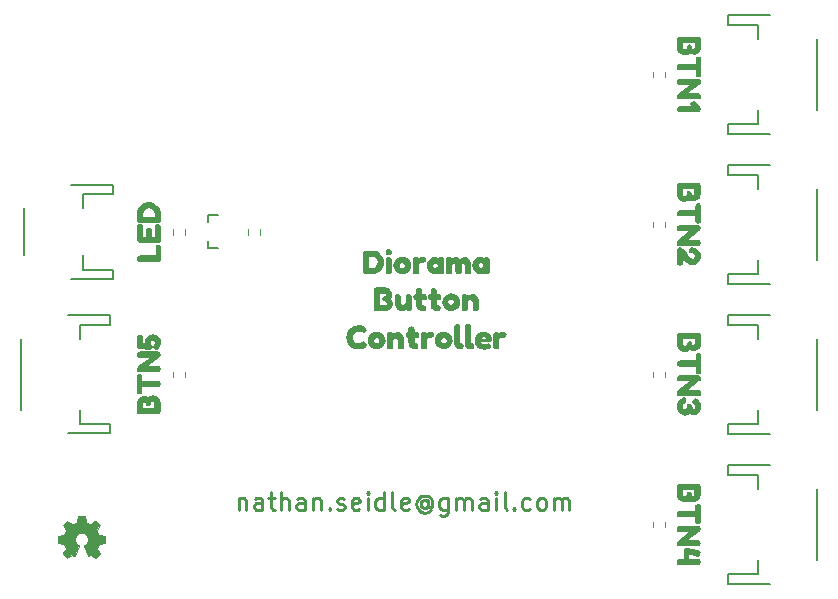
<source format=gto>
%TF.GenerationSoftware,KiCad,Pcbnew,8.0.5*%
%TF.CreationDate,2024-10-24T20:07:57-06:00*%
%TF.ProjectId,Diorama_Controller,44696f72-616d-4615-9f43-6f6e74726f6c,v10*%
%TF.SameCoordinates,Original*%
%TF.FileFunction,Legend,Top*%
%TF.FilePolarity,Positive*%
%FSLAX46Y46*%
G04 Gerber Fmt 4.6, Leading zero omitted, Abs format (unit mm)*
G04 Created by KiCad (PCBNEW 8.0.5) date 2024-10-24 20:07:57*
%MOMM*%
%LPD*%
G01*
G04 APERTURE LIST*
%ADD10C,0.266700*%
%ADD11C,0.000000*%
%ADD12C,0.120000*%
%ADD13C,0.203200*%
%ADD14C,0.029494*%
G04 APERTURE END LIST*
D10*
X19022481Y9847246D02*
X19022481Y8839713D01*
X19022481Y9703313D02*
X19094448Y9775279D01*
X19094448Y9775279D02*
X19238381Y9847246D01*
X19238381Y9847246D02*
X19454281Y9847246D01*
X19454281Y9847246D02*
X19598214Y9775279D01*
X19598214Y9775279D02*
X19670181Y9631346D01*
X19670181Y9631346D02*
X19670181Y8839713D01*
X21037548Y8839713D02*
X21037548Y9631346D01*
X21037548Y9631346D02*
X20965581Y9775279D01*
X20965581Y9775279D02*
X20821648Y9847246D01*
X20821648Y9847246D02*
X20533781Y9847246D01*
X20533781Y9847246D02*
X20389848Y9775279D01*
X21037548Y8911679D02*
X20893615Y8839713D01*
X20893615Y8839713D02*
X20533781Y8839713D01*
X20533781Y8839713D02*
X20389848Y8911679D01*
X20389848Y8911679D02*
X20317881Y9055613D01*
X20317881Y9055613D02*
X20317881Y9199546D01*
X20317881Y9199546D02*
X20389848Y9343479D01*
X20389848Y9343479D02*
X20533781Y9415446D01*
X20533781Y9415446D02*
X20893615Y9415446D01*
X20893615Y9415446D02*
X21037548Y9487413D01*
X21541315Y9847246D02*
X22117048Y9847246D01*
X21757215Y10351013D02*
X21757215Y9055613D01*
X21757215Y9055613D02*
X21829182Y8911679D01*
X21829182Y8911679D02*
X21973115Y8839713D01*
X21973115Y8839713D02*
X22117048Y8839713D01*
X22620815Y8839713D02*
X22620815Y10351013D01*
X23268515Y8839713D02*
X23268515Y9631346D01*
X23268515Y9631346D02*
X23196548Y9775279D01*
X23196548Y9775279D02*
X23052615Y9847246D01*
X23052615Y9847246D02*
X22836715Y9847246D01*
X22836715Y9847246D02*
X22692782Y9775279D01*
X22692782Y9775279D02*
X22620815Y9703313D01*
X24635882Y8839713D02*
X24635882Y9631346D01*
X24635882Y9631346D02*
X24563915Y9775279D01*
X24563915Y9775279D02*
X24419982Y9847246D01*
X24419982Y9847246D02*
X24132115Y9847246D01*
X24132115Y9847246D02*
X23988182Y9775279D01*
X24635882Y8911679D02*
X24491949Y8839713D01*
X24491949Y8839713D02*
X24132115Y8839713D01*
X24132115Y8839713D02*
X23988182Y8911679D01*
X23988182Y8911679D02*
X23916215Y9055613D01*
X23916215Y9055613D02*
X23916215Y9199546D01*
X23916215Y9199546D02*
X23988182Y9343479D01*
X23988182Y9343479D02*
X24132115Y9415446D01*
X24132115Y9415446D02*
X24491949Y9415446D01*
X24491949Y9415446D02*
X24635882Y9487413D01*
X25355549Y9847246D02*
X25355549Y8839713D01*
X25355549Y9703313D02*
X25427516Y9775279D01*
X25427516Y9775279D02*
X25571449Y9847246D01*
X25571449Y9847246D02*
X25787349Y9847246D01*
X25787349Y9847246D02*
X25931282Y9775279D01*
X25931282Y9775279D02*
X26003249Y9631346D01*
X26003249Y9631346D02*
X26003249Y8839713D01*
X26722916Y8983646D02*
X26794883Y8911679D01*
X26794883Y8911679D02*
X26722916Y8839713D01*
X26722916Y8839713D02*
X26650949Y8911679D01*
X26650949Y8911679D02*
X26722916Y8983646D01*
X26722916Y8983646D02*
X26722916Y8839713D01*
X27370616Y8911679D02*
X27514550Y8839713D01*
X27514550Y8839713D02*
X27802416Y8839713D01*
X27802416Y8839713D02*
X27946350Y8911679D01*
X27946350Y8911679D02*
X28018316Y9055613D01*
X28018316Y9055613D02*
X28018316Y9127579D01*
X28018316Y9127579D02*
X27946350Y9271513D01*
X27946350Y9271513D02*
X27802416Y9343479D01*
X27802416Y9343479D02*
X27586516Y9343479D01*
X27586516Y9343479D02*
X27442583Y9415446D01*
X27442583Y9415446D02*
X27370616Y9559379D01*
X27370616Y9559379D02*
X27370616Y9631346D01*
X27370616Y9631346D02*
X27442583Y9775279D01*
X27442583Y9775279D02*
X27586516Y9847246D01*
X27586516Y9847246D02*
X27802416Y9847246D01*
X27802416Y9847246D02*
X27946350Y9775279D01*
X29241749Y8911679D02*
X29097816Y8839713D01*
X29097816Y8839713D02*
X28809949Y8839713D01*
X28809949Y8839713D02*
X28666016Y8911679D01*
X28666016Y8911679D02*
X28594049Y9055613D01*
X28594049Y9055613D02*
X28594049Y9631346D01*
X28594049Y9631346D02*
X28666016Y9775279D01*
X28666016Y9775279D02*
X28809949Y9847246D01*
X28809949Y9847246D02*
X29097816Y9847246D01*
X29097816Y9847246D02*
X29241749Y9775279D01*
X29241749Y9775279D02*
X29313716Y9631346D01*
X29313716Y9631346D02*
X29313716Y9487413D01*
X29313716Y9487413D02*
X28594049Y9343479D01*
X29961416Y8839713D02*
X29961416Y9847246D01*
X29961416Y10351013D02*
X29889449Y10279046D01*
X29889449Y10279046D02*
X29961416Y10207079D01*
X29961416Y10207079D02*
X30033383Y10279046D01*
X30033383Y10279046D02*
X29961416Y10351013D01*
X29961416Y10351013D02*
X29961416Y10207079D01*
X31328783Y8839713D02*
X31328783Y10351013D01*
X31328783Y8911679D02*
X31184850Y8839713D01*
X31184850Y8839713D02*
X30896983Y8839713D01*
X30896983Y8839713D02*
X30753050Y8911679D01*
X30753050Y8911679D02*
X30681083Y8983646D01*
X30681083Y8983646D02*
X30609116Y9127579D01*
X30609116Y9127579D02*
X30609116Y9559379D01*
X30609116Y9559379D02*
X30681083Y9703313D01*
X30681083Y9703313D02*
X30753050Y9775279D01*
X30753050Y9775279D02*
X30896983Y9847246D01*
X30896983Y9847246D02*
X31184850Y9847246D01*
X31184850Y9847246D02*
X31328783Y9775279D01*
X32264350Y8839713D02*
X32120417Y8911679D01*
X32120417Y8911679D02*
X32048450Y9055613D01*
X32048450Y9055613D02*
X32048450Y10351013D01*
X33415816Y8911679D02*
X33271883Y8839713D01*
X33271883Y8839713D02*
X32984016Y8839713D01*
X32984016Y8839713D02*
X32840083Y8911679D01*
X32840083Y8911679D02*
X32768116Y9055613D01*
X32768116Y9055613D02*
X32768116Y9631346D01*
X32768116Y9631346D02*
X32840083Y9775279D01*
X32840083Y9775279D02*
X32984016Y9847246D01*
X32984016Y9847246D02*
X33271883Y9847246D01*
X33271883Y9847246D02*
X33415816Y9775279D01*
X33415816Y9775279D02*
X33487783Y9631346D01*
X33487783Y9631346D02*
X33487783Y9487413D01*
X33487783Y9487413D02*
X32768116Y9343479D01*
X35071050Y9559379D02*
X34999083Y9631346D01*
X34999083Y9631346D02*
X34855150Y9703313D01*
X34855150Y9703313D02*
X34711216Y9703313D01*
X34711216Y9703313D02*
X34567283Y9631346D01*
X34567283Y9631346D02*
X34495316Y9559379D01*
X34495316Y9559379D02*
X34423350Y9415446D01*
X34423350Y9415446D02*
X34423350Y9271513D01*
X34423350Y9271513D02*
X34495316Y9127579D01*
X34495316Y9127579D02*
X34567283Y9055613D01*
X34567283Y9055613D02*
X34711216Y8983646D01*
X34711216Y8983646D02*
X34855150Y8983646D01*
X34855150Y8983646D02*
X34999083Y9055613D01*
X34999083Y9055613D02*
X35071050Y9127579D01*
X35071050Y9703313D02*
X35071050Y9127579D01*
X35071050Y9127579D02*
X35143016Y9055613D01*
X35143016Y9055613D02*
X35214983Y9055613D01*
X35214983Y9055613D02*
X35358916Y9127579D01*
X35358916Y9127579D02*
X35430883Y9271513D01*
X35430883Y9271513D02*
X35430883Y9631346D01*
X35430883Y9631346D02*
X35286950Y9847246D01*
X35286950Y9847246D02*
X35071050Y9991179D01*
X35071050Y9991179D02*
X34783183Y10063146D01*
X34783183Y10063146D02*
X34495316Y9991179D01*
X34495316Y9991179D02*
X34279416Y9847246D01*
X34279416Y9847246D02*
X34135483Y9631346D01*
X34135483Y9631346D02*
X34063516Y9343479D01*
X34063516Y9343479D02*
X34135483Y9055613D01*
X34135483Y9055613D02*
X34279416Y8839713D01*
X34279416Y8839713D02*
X34495316Y8695779D01*
X34495316Y8695779D02*
X34783183Y8623813D01*
X34783183Y8623813D02*
X35071050Y8695779D01*
X35071050Y8695779D02*
X35286950Y8839713D01*
X36726283Y9847246D02*
X36726283Y8623813D01*
X36726283Y8623813D02*
X36654316Y8479879D01*
X36654316Y8479879D02*
X36582350Y8407913D01*
X36582350Y8407913D02*
X36438416Y8335946D01*
X36438416Y8335946D02*
X36222516Y8335946D01*
X36222516Y8335946D02*
X36078583Y8407913D01*
X36726283Y8911679D02*
X36582350Y8839713D01*
X36582350Y8839713D02*
X36294483Y8839713D01*
X36294483Y8839713D02*
X36150550Y8911679D01*
X36150550Y8911679D02*
X36078583Y8983646D01*
X36078583Y8983646D02*
X36006616Y9127579D01*
X36006616Y9127579D02*
X36006616Y9559379D01*
X36006616Y9559379D02*
X36078583Y9703313D01*
X36078583Y9703313D02*
X36150550Y9775279D01*
X36150550Y9775279D02*
X36294483Y9847246D01*
X36294483Y9847246D02*
X36582350Y9847246D01*
X36582350Y9847246D02*
X36726283Y9775279D01*
X37445950Y8839713D02*
X37445950Y9847246D01*
X37445950Y9703313D02*
X37517917Y9775279D01*
X37517917Y9775279D02*
X37661850Y9847246D01*
X37661850Y9847246D02*
X37877750Y9847246D01*
X37877750Y9847246D02*
X38021683Y9775279D01*
X38021683Y9775279D02*
X38093650Y9631346D01*
X38093650Y9631346D02*
X38093650Y8839713D01*
X38093650Y9631346D02*
X38165617Y9775279D01*
X38165617Y9775279D02*
X38309550Y9847246D01*
X38309550Y9847246D02*
X38525450Y9847246D01*
X38525450Y9847246D02*
X38669383Y9775279D01*
X38669383Y9775279D02*
X38741350Y9631346D01*
X38741350Y9631346D02*
X38741350Y8839713D01*
X40108717Y8839713D02*
X40108717Y9631346D01*
X40108717Y9631346D02*
X40036750Y9775279D01*
X40036750Y9775279D02*
X39892817Y9847246D01*
X39892817Y9847246D02*
X39604950Y9847246D01*
X39604950Y9847246D02*
X39461017Y9775279D01*
X40108717Y8911679D02*
X39964784Y8839713D01*
X39964784Y8839713D02*
X39604950Y8839713D01*
X39604950Y8839713D02*
X39461017Y8911679D01*
X39461017Y8911679D02*
X39389050Y9055613D01*
X39389050Y9055613D02*
X39389050Y9199546D01*
X39389050Y9199546D02*
X39461017Y9343479D01*
X39461017Y9343479D02*
X39604950Y9415446D01*
X39604950Y9415446D02*
X39964784Y9415446D01*
X39964784Y9415446D02*
X40108717Y9487413D01*
X40828384Y8839713D02*
X40828384Y9847246D01*
X40828384Y10351013D02*
X40756417Y10279046D01*
X40756417Y10279046D02*
X40828384Y10207079D01*
X40828384Y10207079D02*
X40900351Y10279046D01*
X40900351Y10279046D02*
X40828384Y10351013D01*
X40828384Y10351013D02*
X40828384Y10207079D01*
X41763951Y8839713D02*
X41620018Y8911679D01*
X41620018Y8911679D02*
X41548051Y9055613D01*
X41548051Y9055613D02*
X41548051Y10351013D01*
X42339684Y8983646D02*
X42411651Y8911679D01*
X42411651Y8911679D02*
X42339684Y8839713D01*
X42339684Y8839713D02*
X42267717Y8911679D01*
X42267717Y8911679D02*
X42339684Y8983646D01*
X42339684Y8983646D02*
X42339684Y8839713D01*
X43707051Y8911679D02*
X43563118Y8839713D01*
X43563118Y8839713D02*
X43275251Y8839713D01*
X43275251Y8839713D02*
X43131318Y8911679D01*
X43131318Y8911679D02*
X43059351Y8983646D01*
X43059351Y8983646D02*
X42987384Y9127579D01*
X42987384Y9127579D02*
X42987384Y9559379D01*
X42987384Y9559379D02*
X43059351Y9703313D01*
X43059351Y9703313D02*
X43131318Y9775279D01*
X43131318Y9775279D02*
X43275251Y9847246D01*
X43275251Y9847246D02*
X43563118Y9847246D01*
X43563118Y9847246D02*
X43707051Y9775279D01*
X44570651Y8839713D02*
X44426718Y8911679D01*
X44426718Y8911679D02*
X44354751Y8983646D01*
X44354751Y8983646D02*
X44282784Y9127579D01*
X44282784Y9127579D02*
X44282784Y9559379D01*
X44282784Y9559379D02*
X44354751Y9703313D01*
X44354751Y9703313D02*
X44426718Y9775279D01*
X44426718Y9775279D02*
X44570651Y9847246D01*
X44570651Y9847246D02*
X44786551Y9847246D01*
X44786551Y9847246D02*
X44930484Y9775279D01*
X44930484Y9775279D02*
X45002451Y9703313D01*
X45002451Y9703313D02*
X45074418Y9559379D01*
X45074418Y9559379D02*
X45074418Y9127579D01*
X45074418Y9127579D02*
X45002451Y8983646D01*
X45002451Y8983646D02*
X44930484Y8911679D01*
X44930484Y8911679D02*
X44786551Y8839713D01*
X44786551Y8839713D02*
X44570651Y8839713D01*
X45722118Y8839713D02*
X45722118Y9847246D01*
X45722118Y9703313D02*
X45794085Y9775279D01*
X45794085Y9775279D02*
X45938018Y9847246D01*
X45938018Y9847246D02*
X46153918Y9847246D01*
X46153918Y9847246D02*
X46297851Y9775279D01*
X46297851Y9775279D02*
X46369818Y9631346D01*
X46369818Y9631346D02*
X46369818Y8839713D01*
X46369818Y9631346D02*
X46441785Y9775279D01*
X46441785Y9775279D02*
X46585718Y9847246D01*
X46585718Y9847246D02*
X46801618Y9847246D01*
X46801618Y9847246D02*
X46945551Y9775279D01*
X46945551Y9775279D02*
X47017518Y9631346D01*
X47017518Y9631346D02*
X47017518Y8839713D01*
D11*
%TO.C,kibuzzard-671AF94E*%
G36*
X29360066Y24458599D02*
G01*
X29535555Y24405189D01*
X29716130Y24316173D01*
X29793383Y24261810D01*
X29846316Y24201724D01*
X29873498Y24115887D01*
X29810551Y23955658D01*
X29703255Y23839778D01*
X29604542Y23801152D01*
X29450036Y23866960D01*
X29431438Y23879835D01*
X29407117Y23895572D01*
X29379936Y23911309D01*
X29341309Y23925615D01*
X29295529Y23937060D01*
X29238305Y23947074D01*
X29169635Y23949936D01*
X29006545Y23921323D01*
X28844886Y23836917D01*
X28717561Y23680980D01*
X28681080Y23573684D01*
X28668920Y23452082D01*
X28690737Y23295787D01*
X28756187Y23164528D01*
X28848820Y23064027D01*
X28952182Y23000007D01*
X29169635Y22954227D01*
X29320565Y22977833D01*
X29464342Y23048648D01*
X29607403Y23105873D01*
X29704685Y23065100D01*
X29807690Y22942783D01*
X29870637Y22776831D01*
X29830579Y22672396D01*
X29713269Y22585129D01*
X29543503Y22496113D01*
X29366106Y22442703D01*
X29181080Y22424900D01*
X29059835Y22433484D01*
X28930722Y22459235D01*
X28795529Y22505372D01*
X28656044Y22575114D01*
X28521924Y22665243D01*
X28402825Y22772539D01*
X28300894Y22904514D01*
X28218276Y23068677D01*
X28163555Y23258233D01*
X28145315Y23466388D01*
X28163197Y23666674D01*
X28216845Y23849793D01*
X28298391Y24008948D01*
X28399964Y24137346D01*
X28519063Y24241781D01*
X28653183Y24329049D01*
X28793383Y24396645D01*
X28930722Y24442067D01*
X29063412Y24467818D01*
X29189664Y24476402D01*
X29360066Y24458599D01*
G37*
G36*
X33803398Y24367675D02*
G01*
X33882082Y24303298D01*
X33910694Y24223183D01*
X33916416Y24127332D01*
X33916416Y23898433D01*
X34068062Y23904156D01*
X34143884Y23902725D01*
X34211123Y23886989D01*
X34272639Y23846931D01*
X34309835Y23768247D01*
X34325572Y23640923D01*
X34304113Y23499292D01*
X34241166Y23420608D01*
X34162482Y23390565D01*
X34065200Y23383412D01*
X33916416Y23386273D01*
X33916416Y23054371D01*
X33932153Y22968534D01*
X33993670Y22945644D01*
X34099535Y22939921D01*
X34176788Y22912740D01*
X34234013Y22842639D01*
X34251180Y22711023D01*
X34229721Y22563670D01*
X34162482Y22484986D01*
X34083798Y22457804D01*
X33990808Y22453512D01*
X33806259Y22469090D01*
X33656998Y22515823D01*
X33543026Y22593712D01*
X33462752Y22704347D01*
X33414588Y22849316D01*
X33398534Y23028619D01*
X33398534Y23391996D01*
X33327003Y23391996D01*
X33193956Y23454943D01*
X33155329Y23643784D01*
X33201109Y23828333D01*
X33338448Y23889850D01*
X33398534Y23889850D01*
X33398534Y24138777D01*
X33402825Y24234628D01*
X33430007Y24309020D01*
X33508691Y24369106D01*
X33658906Y24387704D01*
X33803398Y24367675D01*
G37*
G36*
X37694671Y24547933D02*
G01*
X37771924Y24482124D01*
X37799106Y24402010D01*
X37804828Y24304728D01*
X37804828Y23071538D01*
X37814843Y22969964D01*
X37882082Y22954227D01*
X37942167Y22949936D01*
X37997961Y22925615D01*
X38046602Y22851223D01*
X38062339Y22711023D01*
X38046602Y22562239D01*
X37997961Y22483555D01*
X37942167Y22457804D01*
X37879220Y22453512D01*
X37718991Y22458162D01*
X37598820Y22472110D01*
X37421423Y22552225D01*
X37315558Y22729621D01*
X37294099Y22865172D01*
X37286946Y23040064D01*
X37286946Y24307589D01*
X37291237Y24406302D01*
X37318419Y24483555D01*
X37398534Y24547933D01*
X37547318Y24567961D01*
X37694671Y24547933D01*
G37*
G36*
X38584514Y24547933D02*
G01*
X38661767Y24482124D01*
X38688948Y24402010D01*
X38694671Y24304728D01*
X38694671Y23071538D01*
X38704685Y22969964D01*
X38771924Y22954227D01*
X38832010Y22949936D01*
X38887804Y22925615D01*
X38936445Y22851223D01*
X38952182Y22711023D01*
X38936445Y22562239D01*
X38887804Y22483555D01*
X38832010Y22457804D01*
X38769063Y22453512D01*
X38608834Y22458162D01*
X38488662Y22472110D01*
X38311266Y22552225D01*
X38205401Y22729621D01*
X38183941Y22865172D01*
X38176788Y23040064D01*
X38176788Y24307589D01*
X38181080Y24406302D01*
X38208262Y24483555D01*
X38288376Y24547933D01*
X38437160Y24567961D01*
X38584514Y24547933D01*
G37*
G36*
X30907197Y23916873D02*
G01*
X31086977Y23843434D01*
X31245458Y23721037D01*
X31368650Y23563352D01*
X31442565Y23384048D01*
X31467203Y23183126D01*
X31440975Y22972349D01*
X31362291Y22790184D01*
X31231152Y22636631D01*
X31068538Y22520592D01*
X30895434Y22450969D01*
X30711838Y22427761D01*
X30706116Y22428492D01*
X30526494Y22451446D01*
X30351959Y22522500D01*
X30188233Y22640923D01*
X30056299Y22795588D01*
X29977138Y22975369D01*
X29950751Y23180265D01*
X29951109Y23183126D01*
X30474356Y23183126D01*
X30548748Y23008591D01*
X30706116Y22951366D01*
X30866345Y23008591D01*
X30943598Y23185987D01*
X30877790Y23354800D01*
X30703255Y23417747D01*
X30541595Y23350508D01*
X30474356Y23183126D01*
X29951109Y23183126D01*
X29975548Y23378484D01*
X30049940Y23557311D01*
X30173927Y23716745D01*
X30332248Y23841527D01*
X30509645Y23916396D01*
X30706116Y23941352D01*
X30907197Y23916873D01*
G37*
G36*
X36586739Y23916873D02*
G01*
X36766520Y23843434D01*
X36925000Y23721037D01*
X37048192Y23563352D01*
X37122107Y23384048D01*
X37146745Y23183126D01*
X37120517Y22972349D01*
X37041834Y22790184D01*
X36910694Y22636631D01*
X36748081Y22520592D01*
X36574976Y22450969D01*
X36391381Y22427761D01*
X36385658Y22428492D01*
X36206036Y22451446D01*
X36031501Y22522500D01*
X35867775Y22640923D01*
X35735841Y22795588D01*
X35656680Y22975369D01*
X35630293Y23180265D01*
X35630651Y23183126D01*
X36153898Y23183126D01*
X36228290Y23008591D01*
X36385658Y22951366D01*
X36545887Y23008591D01*
X36623140Y23185987D01*
X36557332Y23354800D01*
X36382797Y23417747D01*
X36221137Y23350508D01*
X36153898Y23183126D01*
X35630651Y23183126D01*
X35655091Y23378484D01*
X35729483Y23557311D01*
X35853469Y23716745D01*
X36011791Y23841527D01*
X36189187Y23916396D01*
X36385658Y23941352D01*
X36586739Y23916873D01*
G37*
G36*
X39990331Y23917826D02*
G01*
X40153898Y23855833D01*
X40284084Y23752511D01*
X40411767Y23561524D01*
X40454328Y23360522D01*
X40434657Y23218534D01*
X40375644Y23113026D01*
X40284442Y23047575D01*
X40168205Y23025758D01*
X39558763Y23025758D01*
X39644599Y22917031D01*
X39813412Y22876974D01*
X40045172Y22914170D01*
X40176788Y22951366D01*
X40271209Y22917031D01*
X40348462Y22814027D01*
X40385658Y22682411D01*
X40348462Y22568498D01*
X40236874Y22487132D01*
X40050894Y22438312D01*
X39790522Y22422039D01*
X39598820Y22439564D01*
X39430007Y22492139D01*
X39290165Y22573326D01*
X39185372Y22676688D01*
X39108834Y22793999D01*
X39053755Y22917031D01*
X39020494Y23044356D01*
X39009406Y23174542D01*
X39023241Y23294714D01*
X39558763Y23294714D01*
X39879220Y23294714D01*
X39956474Y23363383D01*
X39910694Y23447790D01*
X39787661Y23477833D01*
X39626001Y23422039D01*
X39558763Y23294714D01*
X39023241Y23294714D01*
X39033727Y23385796D01*
X39106688Y23569392D01*
X39228290Y23725329D01*
X39388360Y23843752D01*
X39576725Y23914806D01*
X39793383Y23938491D01*
X39990331Y23917826D01*
G37*
G36*
X32636811Y23884445D02*
G01*
X32779872Y23816729D01*
X32894957Y23703870D01*
X32979204Y23555722D01*
X33029753Y23382140D01*
X33046602Y23183126D01*
X33046602Y22713884D01*
X33042310Y22618033D01*
X33015129Y22540780D01*
X32936445Y22476402D01*
X32786230Y22456373D01*
X32634585Y22476402D01*
X32554471Y22542210D01*
X32527289Y22620894D01*
X32522997Y22716745D01*
X32522997Y23183126D01*
X32470064Y23334771D01*
X32319850Y23389134D01*
X32168205Y23333340D01*
X32110980Y23183126D01*
X32110980Y22713884D01*
X32106688Y22618033D01*
X32079506Y22540780D01*
X31999392Y22476402D01*
X31850608Y22456373D01*
X31703255Y22476402D01*
X31624571Y22540780D01*
X31597389Y22618033D01*
X31593097Y22716745D01*
X31593097Y23658090D01*
X31598820Y23752511D01*
X31626001Y23826903D01*
X31704685Y23888419D01*
X31853469Y23907017D01*
X31987947Y23889850D01*
X32065200Y23842639D01*
X32096674Y23788276D01*
X32105258Y23729621D01*
X32258333Y23852654D01*
X32465773Y23907017D01*
X32636811Y23884445D01*
G37*
G36*
X35329864Y23914170D02*
G01*
X35432868Y23888419D01*
X35525858Y23824041D01*
X35561624Y23715315D01*
X35545887Y23581195D01*
X35498677Y23470680D01*
X35338448Y23371967D01*
X35228290Y23393426D01*
X35158190Y23414886D01*
X35016559Y23373398D01*
X34960765Y23268963D01*
X34960765Y22711023D01*
X34956474Y22613741D01*
X34929292Y22537918D01*
X34849177Y22473541D01*
X34697532Y22453512D01*
X34550179Y22473541D01*
X34471495Y22539349D01*
X34444313Y22618033D01*
X34440021Y22716745D01*
X34440021Y23649506D01*
X34444313Y23746788D01*
X34471495Y23822611D01*
X34550179Y23886989D01*
X34700393Y23907017D01*
X34866345Y23877690D01*
X34946459Y23789707D01*
X35090951Y23888419D01*
X35244027Y23921323D01*
X35329864Y23914170D01*
G37*
G36*
X41472926Y23914170D02*
G01*
X41575930Y23888419D01*
X41668920Y23824041D01*
X41704685Y23715315D01*
X41688948Y23581195D01*
X41641738Y23470680D01*
X41481509Y23371967D01*
X41371352Y23393426D01*
X41301252Y23414886D01*
X41159621Y23373398D01*
X41103827Y23268963D01*
X41103827Y22711023D01*
X41099535Y22613741D01*
X41072353Y22537918D01*
X40992239Y22473541D01*
X40840594Y22453512D01*
X40693240Y22473541D01*
X40614557Y22539349D01*
X40587375Y22618033D01*
X40583083Y22716745D01*
X40583083Y23649506D01*
X40587375Y23746788D01*
X40614557Y23822611D01*
X40693240Y23886989D01*
X40843455Y23907017D01*
X41009406Y23877690D01*
X41089521Y23789707D01*
X41234013Y23888419D01*
X41387089Y23921323D01*
X41472926Y23914170D01*
G37*
%TO.C,kibuzzard-671AF949*%
G36*
X31582606Y27665549D02*
G01*
X31726621Y27604986D01*
X31853469Y27504049D01*
X31952023Y27375452D01*
X32011155Y27231914D01*
X32030866Y27073433D01*
X32007260Y26906052D01*
X31936445Y26752976D01*
X32050179Y26551974D01*
X32088090Y26332375D01*
X32065677Y26160383D01*
X32002253Y26006830D01*
X31897818Y25871717D01*
X31764771Y25766805D01*
X31615510Y25703858D01*
X31450036Y25682876D01*
X31012268Y25682876D01*
X30749034Y25682876D01*
X30600250Y25702904D01*
X30520136Y25768712D01*
X30492954Y25848827D01*
X30488662Y25948970D01*
X30488662Y26206481D01*
X31012268Y26206481D01*
X31421423Y26206481D01*
X31461481Y26209342D01*
X31505830Y26225079D01*
X31548748Y26273720D01*
X31564485Y26363848D01*
X31527289Y26482589D01*
X31407117Y26509771D01*
X31369921Y26509771D01*
X31206831Y26559843D01*
X31158190Y26730086D01*
X31209692Y26894607D01*
X31384227Y26941817D01*
X31418562Y26941817D01*
X31487232Y26961845D01*
X31507260Y27050544D01*
X31477217Y27139242D01*
X31358476Y27162132D01*
X31012268Y27162132D01*
X31012268Y26206481D01*
X30488662Y26206481D01*
X30488662Y27425365D01*
X30492954Y27521216D01*
X30520136Y27599900D01*
X30600250Y27665708D01*
X30751896Y27685737D01*
X31421423Y27685737D01*
X31582606Y27665549D01*
G37*
G36*
X34447175Y27594177D02*
G01*
X34525858Y27529800D01*
X34554471Y27449685D01*
X34560193Y27353834D01*
X34560193Y27124936D01*
X34711838Y27130658D01*
X34787661Y27129227D01*
X34854900Y27113491D01*
X34916416Y27073433D01*
X34953612Y26994750D01*
X34969349Y26867425D01*
X34947890Y26725794D01*
X34884943Y26647110D01*
X34806259Y26617067D01*
X34708977Y26609914D01*
X34560193Y26612775D01*
X34560193Y26280873D01*
X34575930Y26195036D01*
X34637446Y26172146D01*
X34743312Y26166423D01*
X34820565Y26139242D01*
X34877790Y26069142D01*
X34894957Y25937525D01*
X34873498Y25790172D01*
X34806259Y25711488D01*
X34727575Y25684306D01*
X34634585Y25680014D01*
X34450036Y25695592D01*
X34300775Y25742326D01*
X34186803Y25820215D01*
X34106529Y25930849D01*
X34058365Y26075818D01*
X34042310Y26255122D01*
X34042310Y26618498D01*
X33970780Y26618498D01*
X33837732Y26681445D01*
X33799106Y26870286D01*
X33844886Y27054835D01*
X33982225Y27116352D01*
X34042310Y27116352D01*
X34042310Y27365279D01*
X34046602Y27461130D01*
X34073784Y27535522D01*
X34152468Y27595608D01*
X34302682Y27614206D01*
X34447175Y27594177D01*
G37*
G36*
X35674642Y27594177D02*
G01*
X35753326Y27529800D01*
X35781938Y27449685D01*
X35787661Y27353834D01*
X35787661Y27124936D01*
X35939306Y27130658D01*
X36015129Y27129227D01*
X36082368Y27113491D01*
X36143884Y27073433D01*
X36181080Y26994750D01*
X36196817Y26867425D01*
X36175358Y26725794D01*
X36112411Y26647110D01*
X36033727Y26617067D01*
X35936445Y26609914D01*
X35787661Y26612775D01*
X35787661Y26280873D01*
X35803398Y26195036D01*
X35864914Y26172146D01*
X35970780Y26166423D01*
X36048033Y26139242D01*
X36105258Y26069142D01*
X36122425Y25937525D01*
X36100966Y25790172D01*
X36033727Y25711488D01*
X35955043Y25684306D01*
X35862053Y25680014D01*
X35677504Y25695592D01*
X35528243Y25742326D01*
X35414270Y25820215D01*
X35333997Y25930849D01*
X35285833Y26075818D01*
X35269778Y26255122D01*
X35269778Y26618498D01*
X35198247Y26618498D01*
X35065200Y26681445D01*
X35026574Y26870286D01*
X35072353Y27054835D01*
X35209692Y27116352D01*
X35269778Y27116352D01*
X35269778Y27365279D01*
X35274070Y27461130D01*
X35301252Y27535522D01*
X35379936Y27595608D01*
X35530150Y27614206D01*
X35674642Y27594177D01*
G37*
G36*
X37221932Y27143375D02*
G01*
X37401713Y27069936D01*
X37560193Y26947539D01*
X37683385Y26789854D01*
X37757300Y26610550D01*
X37781938Y26409628D01*
X37755711Y26198851D01*
X37677027Y26016686D01*
X37545887Y25863133D01*
X37383274Y25747094D01*
X37210169Y25677471D01*
X37026574Y25654263D01*
X37020851Y25654994D01*
X36841230Y25677948D01*
X36666694Y25749002D01*
X36502969Y25867425D01*
X36371034Y26022090D01*
X36291873Y26201871D01*
X36265486Y26406767D01*
X36265844Y26409628D01*
X36789092Y26409628D01*
X36863484Y26235093D01*
X37020851Y26177868D01*
X37181080Y26235093D01*
X37258333Y26412489D01*
X37192525Y26581302D01*
X37017990Y26644249D01*
X36856330Y26577010D01*
X36789092Y26409628D01*
X36265844Y26409628D01*
X36290284Y26604986D01*
X36364676Y26783813D01*
X36488662Y26943247D01*
X36646984Y27068029D01*
X36824380Y27142898D01*
X37020851Y27167854D01*
X37221932Y27143375D01*
G37*
G36*
X33573069Y27116352D02*
G01*
X33653183Y27050544D01*
X33680365Y26971860D01*
X33684657Y26876009D01*
X33684657Y25934664D01*
X33683226Y25858841D01*
X33667489Y25793033D01*
X33627432Y25734378D01*
X33550179Y25698612D01*
X33424285Y25682876D01*
X33253326Y25716495D01*
X33175358Y25817353D01*
X33035873Y25718641D01*
X32880651Y25685737D01*
X32705798Y25708945D01*
X32551292Y25778568D01*
X32417132Y25894607D01*
X32313809Y26044662D01*
X32251816Y26216336D01*
X32231152Y26409628D01*
X32231152Y26876009D01*
X32235443Y26974721D01*
X32262625Y27051974D01*
X32342740Y27116352D01*
X32491524Y27136381D01*
X32640308Y27116352D01*
X32720422Y27050544D01*
X32747604Y26971860D01*
X32751896Y26873147D01*
X32751896Y26409628D01*
X32806259Y26257983D01*
X32957904Y26203619D01*
X33108119Y26259413D01*
X33163913Y26409628D01*
X33163913Y26878870D01*
X33168205Y26974721D01*
X33195386Y27051974D01*
X33274070Y27116352D01*
X33424285Y27136381D01*
X33573069Y27116352D01*
G37*
G36*
X38951546Y27110947D02*
G01*
X39094607Y27043232D01*
X39209692Y26930372D01*
X39293940Y26782224D01*
X39344488Y26608643D01*
X39361338Y26409628D01*
X39361338Y25940386D01*
X39357046Y25844535D01*
X39329864Y25767282D01*
X39251180Y25702904D01*
X39100966Y25682876D01*
X38949320Y25702904D01*
X38869206Y25768712D01*
X38842024Y25847396D01*
X38837732Y25943247D01*
X38837732Y26409628D01*
X38784800Y26561273D01*
X38634585Y26615637D01*
X38482940Y26559843D01*
X38425715Y26409628D01*
X38425715Y25940386D01*
X38421423Y25844535D01*
X38394242Y25767282D01*
X38314127Y25702904D01*
X38165343Y25682876D01*
X38017990Y25702904D01*
X37939306Y25767282D01*
X37912124Y25844535D01*
X37907833Y25943247D01*
X37907833Y26884592D01*
X37913555Y26979013D01*
X37940737Y27053405D01*
X38019421Y27114921D01*
X38168205Y27133519D01*
X38302682Y27116352D01*
X38379936Y27069142D01*
X38411409Y27014778D01*
X38419993Y26956123D01*
X38573069Y27079156D01*
X38780508Y27133519D01*
X38951546Y27110947D01*
G37*
%TO.C,kibuzzard-671AF941*%
G36*
X30522997Y30788133D02*
G01*
X30706116Y30733412D01*
X30874928Y30642210D01*
X31029435Y30514528D01*
X31158369Y30361452D01*
X31250465Y30194070D01*
X31305722Y30012382D01*
X31324142Y29816388D01*
X31305722Y29615118D01*
X31250465Y29429049D01*
X31158369Y29258180D01*
X31029435Y29102511D01*
X30874392Y28972951D01*
X30703970Y28880408D01*
X30518169Y28824882D01*
X30316989Y28806373D01*
X30093813Y28806373D01*
X29830579Y28806373D01*
X29686087Y28826402D01*
X29607403Y28887918D01*
X29577361Y28968033D01*
X29570207Y29069607D01*
X29570207Y29329979D01*
X30093813Y29329979D01*
X30325572Y29329979D01*
X30506545Y29364671D01*
X30660336Y29468748D01*
X30765486Y29622182D01*
X30800536Y29804943D01*
X30765486Y29988062D01*
X30660336Y30142568D01*
X30505830Y30247718D01*
X30322711Y30282768D01*
X30093813Y30282768D01*
X30093813Y29329979D01*
X29570207Y29329979D01*
X29570207Y30548863D01*
X29574499Y30644714D01*
X29601681Y30723398D01*
X29681795Y30787775D01*
X29833441Y30806373D01*
X30325572Y30806373D01*
X30522997Y30788133D01*
G37*
G36*
X38320645Y30238737D02*
G01*
X38450831Y30175313D01*
X38555901Y30069607D01*
X38632996Y29925114D01*
X38679252Y29745334D01*
X38694671Y29530265D01*
X38694671Y29063884D01*
X38690379Y28965172D01*
X38663197Y28887918D01*
X38583083Y28823541D01*
X38431438Y28803512D01*
X38284084Y28823541D01*
X38205401Y28889349D01*
X38178219Y28969464D01*
X38173927Y29066745D01*
X38173927Y29533126D01*
X38139592Y29685486D01*
X38036588Y29736273D01*
X37932153Y29690494D01*
X37902110Y29530265D01*
X37902110Y29063884D01*
X37897818Y28965172D01*
X37870637Y28887918D01*
X37790522Y28823541D01*
X37638877Y28803512D01*
X37491524Y28823541D01*
X37412840Y28889349D01*
X37385658Y28969464D01*
X37381366Y29066745D01*
X37381366Y29533126D01*
X37347031Y29685486D01*
X37244027Y29736273D01*
X37143169Y29685486D01*
X37109549Y29533126D01*
X37109549Y29061023D01*
X37105258Y28963741D01*
X37078076Y28887918D01*
X36997961Y28823541D01*
X36846316Y28803512D01*
X36698963Y28823541D01*
X36620279Y28887918D01*
X36593097Y28965172D01*
X36588805Y29063884D01*
X36588805Y29999506D01*
X36593097Y30096788D01*
X36620279Y30172611D01*
X36700393Y30236989D01*
X36852039Y30257017D01*
X37015129Y30221967D01*
X37092382Y30116817D01*
X37222568Y30224113D01*
X37372783Y30259878D01*
X37536191Y30236671D01*
X37671622Y30167047D01*
X37779077Y30051009D01*
X37899567Y30167047D01*
X38028322Y30236671D01*
X38165343Y30259878D01*
X38320645Y30238737D01*
G37*
G36*
X33078871Y30266873D02*
G01*
X33258651Y30193434D01*
X33417132Y30071037D01*
X33540323Y29913352D01*
X33614239Y29734048D01*
X33638877Y29533126D01*
X33612649Y29322349D01*
X33533965Y29140184D01*
X33402825Y28986631D01*
X33240212Y28870592D01*
X33067108Y28800969D01*
X32883512Y28777761D01*
X32877790Y28778492D01*
X32698168Y28801446D01*
X32523633Y28872500D01*
X32359907Y28990923D01*
X32227973Y29145588D01*
X32148812Y29325369D01*
X32122425Y29530265D01*
X32122783Y29533126D01*
X32646030Y29533126D01*
X32720422Y29358591D01*
X32877790Y29301366D01*
X33038019Y29358591D01*
X33115272Y29535987D01*
X33049464Y29704800D01*
X32874928Y29767747D01*
X32713269Y29700508D01*
X32646030Y29533126D01*
X32122783Y29533126D01*
X32147222Y29728484D01*
X32221614Y29907311D01*
X32345601Y30066745D01*
X32503922Y30191527D01*
X32681319Y30266396D01*
X32877790Y30291352D01*
X33078871Y30266873D01*
G37*
G36*
X36312697Y30236989D02*
G01*
X36391381Y30171180D01*
X36418562Y30092496D01*
X36422854Y29996645D01*
X36422854Y29066745D01*
X36418562Y28969464D01*
X36391381Y28893641D01*
X36311266Y28829263D01*
X36162482Y28809235D01*
X36000107Y28834986D01*
X35919278Y28912239D01*
X35782654Y28834986D01*
X35690379Y28820480D01*
X35618848Y28809235D01*
X35453374Y28833714D01*
X35300298Y28907152D01*
X35159621Y29029549D01*
X35047556Y29183738D01*
X34980317Y29352550D01*
X34958603Y29530265D01*
X35475787Y29530265D01*
X35540165Y29388634D01*
X35690379Y29327117D01*
X35829149Y29388634D01*
X35887804Y29533126D01*
X35829149Y29679049D01*
X35684657Y29739134D01*
X35537303Y29676187D01*
X35475787Y29530265D01*
X34958603Y29530265D01*
X34957904Y29535987D01*
X34980476Y29714655D01*
X35048192Y29880606D01*
X35161052Y30033841D01*
X35302206Y30156238D01*
X35454804Y30229677D01*
X35618848Y30254156D01*
X35786946Y30225544D01*
X35919278Y30139707D01*
X35992239Y30227690D01*
X36165343Y30257017D01*
X36312697Y30236989D01*
G37*
G36*
X40169635Y30236989D02*
G01*
X40248319Y30171180D01*
X40275501Y30092496D01*
X40279793Y29996645D01*
X40279793Y29066745D01*
X40275501Y28969464D01*
X40248319Y28893641D01*
X40168205Y28829263D01*
X40019421Y28809235D01*
X39857046Y28834986D01*
X39776216Y28912239D01*
X39639592Y28834986D01*
X39547318Y28820480D01*
X39475787Y28809235D01*
X39310312Y28833714D01*
X39157237Y28907152D01*
X39016559Y29029549D01*
X38904495Y29183738D01*
X38837256Y29352550D01*
X38815542Y29530265D01*
X39332725Y29530265D01*
X39397103Y29388634D01*
X39547318Y29327117D01*
X39686087Y29388634D01*
X39744742Y29533126D01*
X39686087Y29679049D01*
X39541595Y29739134D01*
X39394242Y29676187D01*
X39332725Y29530265D01*
X38815542Y29530265D01*
X38814843Y29535987D01*
X38837415Y29714655D01*
X38905130Y29880606D01*
X39017990Y30033841D01*
X39159144Y30156238D01*
X39311743Y30229677D01*
X39475787Y30254156D01*
X39643884Y30225544D01*
X39776216Y30139707D01*
X39849177Y30227690D01*
X40022282Y30257017D01*
X40169635Y30236989D01*
G37*
G36*
X34654614Y30264170D02*
G01*
X34757618Y30238419D01*
X34850608Y30174041D01*
X34886373Y30065315D01*
X34870637Y29931195D01*
X34823426Y29820680D01*
X34663197Y29721967D01*
X34553040Y29743426D01*
X34482940Y29764886D01*
X34341309Y29723398D01*
X34285515Y29618963D01*
X34285515Y29061023D01*
X34281223Y28963741D01*
X34254041Y28887918D01*
X34173927Y28823541D01*
X34022282Y28803512D01*
X33874928Y28823541D01*
X33796245Y28889349D01*
X33769063Y28968033D01*
X33764771Y29066745D01*
X33764771Y29999506D01*
X33769063Y30096788D01*
X33796245Y30172611D01*
X33874928Y30236989D01*
X34025143Y30257017D01*
X34191094Y30227690D01*
X34271209Y30139707D01*
X34415701Y30238419D01*
X34568777Y30271323D01*
X34654614Y30264170D01*
G37*
G36*
X31872067Y30234127D02*
G01*
X31950751Y30168319D01*
X31977933Y30089635D01*
X31982225Y29990923D01*
X31982225Y29061023D01*
X31977933Y28963741D01*
X31950751Y28887918D01*
X31872067Y28823541D01*
X31721853Y28803512D01*
X31574499Y28823541D01*
X31495815Y28887918D01*
X31468634Y28965172D01*
X31464342Y29063884D01*
X31464342Y29996645D01*
X31468634Y30092496D01*
X31495815Y30169750D01*
X31575930Y30234127D01*
X31724714Y30254156D01*
X31872067Y30234127D01*
G37*
G36*
X31872067Y30892210D02*
G01*
X31950751Y30826402D01*
X31977933Y30747718D01*
X31982225Y30651867D01*
X31977933Y30554585D01*
X31950751Y30478763D01*
X31872067Y30414385D01*
X31721853Y30394356D01*
X31574499Y30414385D01*
X31495815Y30480193D01*
X31468634Y30558877D01*
X31464342Y30654728D01*
X31468634Y30750579D01*
X31495815Y30827833D01*
X31575930Y30892210D01*
X31724714Y30912239D01*
X31872067Y30892210D01*
G37*
%TO.C,kibuzzard-671AF894*%
G36*
X12254034Y22252761D02*
G01*
X12331288Y22225579D01*
X12395665Y22145465D01*
X12415694Y21993820D01*
X12399957Y21846466D01*
X12338441Y21762060D01*
X11359900Y21021001D01*
X12155322Y21021001D01*
X12254034Y21016710D01*
X12331288Y20989528D01*
X12395665Y20909413D01*
X12415694Y20757768D01*
X12395665Y20610415D01*
X12331288Y20533162D01*
X12252604Y20505980D01*
X12152461Y20500258D01*
X10667482Y20500258D01*
X10571631Y20505980D01*
X10495808Y20534592D01*
X10434292Y20613276D01*
X10415694Y20763491D01*
X10432861Y20893677D01*
X10468627Y20966638D01*
X10527282Y21018140D01*
X11488655Y21733448D01*
X10667482Y21733448D01*
X10573062Y21739170D01*
X10497239Y21767783D01*
X10435722Y21847897D01*
X10415694Y21996681D01*
X10435722Y22145465D01*
X10501531Y22225579D01*
X10580215Y22252761D01*
X10678927Y22257053D01*
X12155322Y22257053D01*
X12254034Y22252761D01*
G37*
G36*
X10756180Y20360057D02*
G01*
X10823419Y20304263D01*
X10846309Y20238455D01*
X10850601Y20156910D01*
X10850601Y19762060D01*
X12161044Y19762060D01*
X12256896Y19757768D01*
X12332718Y19730587D01*
X12395665Y19650472D01*
X12415694Y19501688D01*
X12395665Y19354335D01*
X12331288Y19277082D01*
X12254034Y19251330D01*
X12158183Y19247039D01*
X10850601Y19247039D01*
X10850601Y18849328D01*
X10846309Y18767783D01*
X10823419Y18703405D01*
X10756180Y18649041D01*
X10627425Y18631874D01*
X10502961Y18649041D01*
X10437153Y18704835D01*
X10414263Y18770644D01*
X10409971Y18852189D01*
X10409971Y20159771D01*
X10414263Y20241316D01*
X10437153Y20305694D01*
X10504392Y20360057D01*
X10630286Y20377225D01*
X10756180Y20360057D01*
G37*
G36*
X12412833Y17192675D02*
G01*
X12392804Y17043891D01*
X12326996Y16963777D01*
X12246881Y16936595D01*
X12146738Y16932303D01*
X10670343Y16932303D01*
X10574492Y16936595D01*
X10495808Y16963777D01*
X10430000Y17043891D01*
X10409971Y17195536D01*
X10409971Y17802117D01*
X10933577Y17802117D01*
X10933577Y17455908D01*
X11889227Y17455908D01*
X11889227Y17865064D01*
X11886366Y17905122D01*
X11870629Y17949471D01*
X11821989Y17992389D01*
X11731860Y18008126D01*
X11613119Y17970930D01*
X11585937Y17850758D01*
X11585937Y17813562D01*
X11535866Y17650472D01*
X11365622Y17601831D01*
X11201102Y17653333D01*
X11153891Y17827868D01*
X11153891Y17862203D01*
X11133863Y17930873D01*
X11045165Y17950901D01*
X10956466Y17920858D01*
X10933577Y17802117D01*
X10409971Y17802117D01*
X10409971Y17865064D01*
X10430159Y18026247D01*
X10490722Y18170262D01*
X10591660Y18297110D01*
X10720256Y18395664D01*
X10863794Y18454796D01*
X11022275Y18474506D01*
X11189657Y18450901D01*
X11342732Y18380086D01*
X11543734Y18493820D01*
X11763333Y18531731D01*
X11935325Y18509318D01*
X12088878Y18445894D01*
X12223991Y18341459D01*
X12328903Y18208412D01*
X12391850Y18059151D01*
X12412833Y17893677D01*
X12412833Y17455908D01*
X12412833Y17192675D01*
G37*
G36*
X11932941Y23685443D02*
G01*
X12101276Y23618681D01*
X12248312Y23507411D01*
X12361966Y23363395D01*
X12430159Y23198398D01*
X12452890Y23012418D01*
X12440372Y22857911D01*
X12402818Y22714850D01*
X12304106Y22520286D01*
X12252604Y22460200D01*
X12078069Y22351474D01*
X11883505Y22457339D01*
X11786223Y22634735D01*
X11880644Y22829299D01*
X11926423Y22995250D01*
X11883505Y23132589D01*
X11763333Y23181230D01*
X11644592Y23129728D01*
X11597382Y23003834D01*
X11637439Y22892246D01*
X11706109Y22732017D01*
X11648884Y22546037D01*
X11563047Y22418712D01*
X11480072Y22382947D01*
X10667482Y22488813D01*
X10587368Y22503119D01*
X10508684Y22536023D01*
X10432861Y22616137D01*
X10407110Y22752046D01*
X10409971Y23407268D01*
X10415694Y23505980D01*
X10442876Y23583233D01*
X10522990Y23647611D01*
X10678927Y23667639D01*
X10821989Y23649041D01*
X10897811Y23587525D01*
X10923562Y23513133D01*
X10927854Y23421574D01*
X10927854Y22980944D01*
X11079499Y22960916D01*
X11073777Y23009557D01*
X11073777Y23023863D01*
X11096190Y23197762D01*
X11163429Y23357037D01*
X11275494Y23501688D01*
X11417124Y23616137D01*
X11573062Y23684807D01*
X11743305Y23707697D01*
X11932941Y23685443D01*
G37*
D12*
%TO.C,R8*%
X14492500Y32622258D02*
X14492500Y32147742D01*
X13447500Y32622258D02*
X13447500Y32147742D01*
D13*
%TO.C,Q1*%
X16445000Y30985000D02*
X17245000Y30985000D01*
X16445000Y31585000D02*
X16445000Y30985000D01*
X16445000Y33185000D02*
X16445000Y33785000D01*
X16445000Y33785000D02*
X17245000Y33785000D01*
%TO.C,J6*%
X4610000Y15330000D02*
X8110000Y15330000D01*
X8110000Y15330000D02*
X8110000Y16130000D01*
X5610000Y16130000D02*
X5610000Y17330000D01*
X8110000Y16130000D02*
X5610000Y16130000D01*
X610000Y23330000D02*
X610000Y17330000D01*
X5610000Y23330000D02*
X5610000Y24530000D01*
X5610000Y24530000D02*
X8110000Y24530000D01*
X8110000Y24530000D02*
X8110000Y25330000D01*
X8110000Y25330000D02*
X4610000Y25330000D01*
%TO.C,J5*%
X4810000Y28385000D02*
X8410000Y28385000D01*
X8410000Y28385000D02*
X8410000Y29185000D01*
X5810000Y29185000D02*
X5810000Y30385000D01*
X8410000Y29185000D02*
X5810000Y29185000D01*
X810000Y34385000D02*
X810000Y30385000D01*
X5810000Y34385000D02*
X5810000Y35585000D01*
X5810000Y35585000D02*
X8410000Y35585000D01*
X8410000Y35585000D02*
X8410000Y36385000D01*
X8410000Y36385000D02*
X4810000Y36385000D01*
%TO.C,J4*%
X63970000Y12610000D02*
X60470000Y12610000D01*
X60470000Y12610000D02*
X60470000Y11810000D01*
X62970000Y11810000D02*
X62970000Y10610000D01*
X60470000Y11810000D02*
X62970000Y11810000D01*
X67970000Y4610000D02*
X67970000Y10610000D01*
X62970000Y4610000D02*
X62970000Y3410000D01*
X62970000Y3410000D02*
X60470000Y3410000D01*
X60470000Y3410000D02*
X60470000Y2610000D01*
X60470000Y2610000D02*
X63970000Y2610000D01*
%TO.C,J3*%
X63970000Y25310000D02*
X60470000Y25310000D01*
X60470000Y25310000D02*
X60470000Y24510000D01*
X62970000Y24510000D02*
X62970000Y23310000D01*
X60470000Y24510000D02*
X62970000Y24510000D01*
X67970000Y17310000D02*
X67970000Y23310000D01*
X62970000Y17310000D02*
X62970000Y16110000D01*
X62970000Y16110000D02*
X60470000Y16110000D01*
X60470000Y16110000D02*
X60470000Y15310000D01*
X60470000Y15310000D02*
X63970000Y15310000D01*
%TO.C,J2*%
X63970000Y50710000D02*
X60470000Y50710000D01*
X60470000Y50710000D02*
X60470000Y49910000D01*
X62970000Y49910000D02*
X62970000Y48710000D01*
X60470000Y49910000D02*
X62970000Y49910000D01*
X67970000Y42710000D02*
X67970000Y48710000D01*
X62970000Y42710000D02*
X62970000Y41510000D01*
X62970000Y41510000D02*
X60470000Y41510000D01*
X60470000Y41510000D02*
X60470000Y40710000D01*
X60470000Y40710000D02*
X63970000Y40710000D01*
%TO.C,J1*%
X63970000Y38010000D02*
X60470000Y38010000D01*
X60470000Y38010000D02*
X60470000Y37210000D01*
X62970000Y37210000D02*
X62970000Y36010000D01*
X60470000Y37210000D02*
X62970000Y37210000D01*
X67970000Y30010000D02*
X67970000Y36010000D01*
X62970000Y30010000D02*
X62970000Y28810000D01*
X62970000Y28810000D02*
X60470000Y28810000D01*
X60470000Y28810000D02*
X60470000Y28010000D01*
X60470000Y28010000D02*
X63970000Y28010000D01*
D12*
%TO.C,R3*%
X55132500Y20557258D02*
X55132500Y20082742D01*
X54087500Y20557258D02*
X54087500Y20082742D01*
D11*
%TO.C,kibuzzard-67132779*%
G36*
X58064163Y22093963D02*
G01*
X58129971Y22038169D01*
X58152861Y21972361D01*
X58157153Y21890815D01*
X58157153Y20583233D01*
X58152861Y20501688D01*
X58129971Y20437310D01*
X58062732Y20382947D01*
X57936838Y20365780D01*
X57810944Y20382947D01*
X57743705Y20438741D01*
X57720815Y20504549D01*
X57716524Y20586094D01*
X57716524Y20980944D01*
X56406080Y20980944D01*
X56310229Y20985236D01*
X56234406Y21012418D01*
X56171459Y21092532D01*
X56151431Y21241316D01*
X56171459Y21388670D01*
X56235837Y21465923D01*
X56313090Y21491674D01*
X56408941Y21495966D01*
X57716524Y21495966D01*
X57716524Y21893677D01*
X57720815Y21975222D01*
X57743705Y22039599D01*
X57810944Y22093963D01*
X57939700Y22111130D01*
X58064163Y22093963D01*
G37*
G36*
X57995494Y20237024D02*
G01*
X58071316Y20208412D01*
X58132833Y20129728D01*
X58151431Y19979514D01*
X58134263Y19849328D01*
X58098498Y19776366D01*
X58039843Y19724864D01*
X57078469Y19009557D01*
X57899642Y19009557D01*
X57994063Y19003834D01*
X58069886Y18975222D01*
X58131402Y18895107D01*
X58151431Y18746323D01*
X58131402Y18597539D01*
X58065594Y18517425D01*
X57986910Y18490243D01*
X57888197Y18485951D01*
X56411803Y18485951D01*
X56313090Y18490243D01*
X56235837Y18517425D01*
X56171459Y18597539D01*
X56151431Y18749185D01*
X56167167Y18896538D01*
X56228684Y18980944D01*
X57207225Y19722003D01*
X56411803Y19722003D01*
X56313090Y19726295D01*
X56235837Y19753476D01*
X56171459Y19833591D01*
X56151431Y19985236D01*
X56171459Y20132589D01*
X56235837Y20209843D01*
X56314521Y20237024D01*
X56414664Y20242747D01*
X57899642Y20242747D01*
X57995494Y20237024D01*
G37*
G36*
X57992632Y23806409D02*
G01*
X58071316Y23779227D01*
X58137124Y23699113D01*
X58157153Y23547468D01*
X58157153Y22877940D01*
X58136966Y22716757D01*
X58076403Y22572742D01*
X57975465Y22445894D01*
X57846869Y22347341D01*
X57703330Y22288209D01*
X57544850Y22268498D01*
X57377468Y22292103D01*
X57224392Y22362918D01*
X57023391Y22249185D01*
X56803791Y22211273D01*
X56631799Y22233686D01*
X56478247Y22297110D01*
X56343133Y22401545D01*
X56238221Y22534592D01*
X56175274Y22683853D01*
X56154292Y22849328D01*
X56154292Y22877940D01*
X56677897Y22877940D01*
X56680758Y22837883D01*
X56696495Y22793534D01*
X56745136Y22750615D01*
X56835265Y22734878D01*
X56954006Y22772074D01*
X56981187Y22892246D01*
X56981187Y22929442D01*
X57031259Y23092532D01*
X57201502Y23141173D01*
X57366023Y23089671D01*
X57413233Y22915136D01*
X57413233Y22880801D01*
X57433262Y22812132D01*
X57521960Y22792103D01*
X57610658Y22822146D01*
X57633548Y22940887D01*
X57633548Y23287096D01*
X56677897Y23287096D01*
X56677897Y22877940D01*
X56154292Y22877940D01*
X56154292Y23287096D01*
X56154292Y23550329D01*
X56174320Y23699113D01*
X56240129Y23779227D01*
X56320243Y23806409D01*
X56420386Y23810701D01*
X57896781Y23810701D01*
X57992632Y23806409D01*
G37*
G36*
X56893205Y18294249D02*
G01*
X56938269Y18079657D01*
X56906795Y17922289D01*
X56772318Y17839313D01*
X56756581Y17833591D01*
X56722246Y17812132D01*
X56679328Y17769213D01*
X56644993Y17700544D01*
X56629256Y17598970D01*
X56673605Y17420143D01*
X56792346Y17352904D01*
X56916810Y17407983D01*
X56958298Y17573219D01*
X56958298Y17651903D01*
X56971173Y17717711D01*
X57006938Y17782089D01*
X57081330Y17816423D01*
X57207225Y17833591D01*
X57350286Y17814993D01*
X57424678Y17754907D01*
X57448999Y17681946D01*
X57453290Y17590386D01*
X57453290Y17570358D01*
X57471888Y17437310D01*
X57544850Y17395823D01*
X57643562Y17443033D01*
X57679328Y17573219D01*
X57650715Y17696252D01*
X57564878Y17779227D01*
X57446932Y17866336D01*
X57413551Y17986508D01*
X57464735Y18139742D01*
X57622103Y18281373D01*
X57819528Y18239886D01*
X57829542Y18235594D01*
X57861016Y18219857D01*
X57908226Y18191245D01*
X57965451Y18145465D01*
X58026967Y18082518D01*
X58085622Y17998112D01*
X58135694Y17892246D01*
X58170029Y17760629D01*
X58182904Y17601831D01*
X58161286Y17393756D01*
X58096431Y17215883D01*
X57988340Y17068212D01*
X57853863Y16957736D01*
X57709847Y16891451D01*
X57556295Y16869356D01*
X57346710Y16918712D01*
X57204363Y17066781D01*
X57049857Y16906552D01*
X56935408Y16848612D01*
X56798069Y16829299D01*
X56612883Y16853619D01*
X56450270Y16926581D01*
X56310229Y17048183D01*
X56202933Y17206981D01*
X56138555Y17391531D01*
X56117096Y17601831D01*
X56138555Y17797349D01*
X56202933Y17975699D01*
X56310229Y18136881D01*
X56445819Y18264047D01*
X56595080Y18340347D01*
X56758011Y18365780D01*
X56893205Y18294249D01*
G37*
%TO.C,kibuzzard-6713273F*%
G36*
X57643562Y43465351D02*
G01*
X57740844Y43378083D01*
X58067024Y43014707D01*
X58104220Y42968927D01*
X58152861Y42774363D01*
X58094206Y42574077D01*
X57889628Y42516853D01*
X56401788Y42516853D01*
X56201502Y42574077D01*
X56144278Y42777225D01*
X56201502Y42977511D01*
X56404649Y43034735D01*
X57371745Y43034735D01*
X57345994Y43063348D01*
X57263019Y43239313D01*
X57363162Y43409557D01*
X57552003Y43498255D01*
X57643562Y43465351D01*
G37*
G36*
X58062732Y47206409D02*
G01*
X58128541Y47150615D01*
X58151431Y47084807D01*
X58155722Y47003262D01*
X58155722Y45695680D01*
X58151431Y45614134D01*
X58128541Y45549757D01*
X58061302Y45495393D01*
X57935408Y45478226D01*
X57809514Y45495393D01*
X57742275Y45551187D01*
X57719385Y45616996D01*
X57715093Y45698541D01*
X57715093Y46093391D01*
X56404649Y46093391D01*
X56308798Y46097682D01*
X56232976Y46124864D01*
X56170029Y46204979D01*
X56150000Y46353763D01*
X56170029Y46501116D01*
X56234406Y46578369D01*
X56311660Y46604120D01*
X56407511Y46608412D01*
X57715093Y46608412D01*
X57715093Y47006123D01*
X57719385Y47087668D01*
X57742275Y47152046D01*
X57809514Y47206409D01*
X57938269Y47223577D01*
X58062732Y47206409D01*
G37*
G36*
X57994063Y45349471D02*
G01*
X58069886Y45320858D01*
X58131402Y45242175D01*
X58150000Y45091960D01*
X58132833Y44961774D01*
X58097067Y44888813D01*
X58038412Y44837310D01*
X57077039Y44122003D01*
X57898212Y44122003D01*
X57992632Y44116280D01*
X58068455Y44087668D01*
X58129971Y44007554D01*
X58150000Y43858770D01*
X58129971Y43709986D01*
X58064163Y43629871D01*
X57985479Y43602690D01*
X57886767Y43598398D01*
X56410372Y43598398D01*
X56311660Y43602690D01*
X56234406Y43629871D01*
X56170029Y43709986D01*
X56150000Y43861631D01*
X56165737Y44008984D01*
X56227253Y44093391D01*
X57205794Y44834449D01*
X56410372Y44834449D01*
X56311660Y44838741D01*
X56234406Y44865923D01*
X56170029Y44946037D01*
X56150000Y45097682D01*
X56170029Y45245036D01*
X56234406Y45322289D01*
X56313090Y45349471D01*
X56413233Y45355193D01*
X57898212Y45355193D01*
X57994063Y45349471D01*
G37*
G36*
X57991202Y48918856D02*
G01*
X58069886Y48891674D01*
X58135694Y48811559D01*
X58155722Y48659914D01*
X58155722Y47990386D01*
X58135535Y47829204D01*
X58074972Y47685188D01*
X57974034Y47558340D01*
X57845438Y47459787D01*
X57701900Y47400655D01*
X57543419Y47380944D01*
X57376037Y47404549D01*
X57222961Y47475365D01*
X57021960Y47361631D01*
X56802361Y47323720D01*
X56630369Y47346133D01*
X56476816Y47409557D01*
X56341702Y47513991D01*
X56236791Y47647039D01*
X56173844Y47796299D01*
X56152861Y47961774D01*
X56152861Y47990386D01*
X56676466Y47990386D01*
X56679328Y47950329D01*
X56695064Y47905980D01*
X56743705Y47863062D01*
X56833834Y47847325D01*
X56952575Y47884521D01*
X56979757Y48004692D01*
X56979757Y48041888D01*
X57029828Y48204979D01*
X57200072Y48253619D01*
X57364592Y48202117D01*
X57411803Y48027582D01*
X57411803Y47993247D01*
X57431831Y47924578D01*
X57520529Y47904549D01*
X57609227Y47934592D01*
X57632117Y48053333D01*
X57632117Y48399542D01*
X56676466Y48399542D01*
X56676466Y47990386D01*
X56152861Y47990386D01*
X56152861Y48399542D01*
X56152861Y48662775D01*
X56172890Y48811559D01*
X56238698Y48891674D01*
X56318813Y48918856D01*
X56418956Y48923147D01*
X57895351Y48923147D01*
X57991202Y48918856D01*
G37*
D12*
%TO.C,R7*%
X19797500Y32147742D02*
X19797500Y32622258D01*
X20842500Y32147742D02*
X20842500Y32622258D01*
D14*
%TO.C,Ref\u002A\u002A*%
X5965678Y8327169D02*
X5966801Y8327086D01*
X5967918Y8326948D01*
X5969028Y8326758D01*
X5970129Y8326517D01*
X5971220Y8326226D01*
X5972298Y8325887D01*
X5973362Y8325501D01*
X5974411Y8325069D01*
X5975443Y8324593D01*
X5976456Y8324073D01*
X5977448Y8323513D01*
X5978418Y8322912D01*
X5979364Y8322272D01*
X5980285Y8321595D01*
X5981178Y8320882D01*
X5982043Y8320134D01*
X5982877Y8319353D01*
X5983679Y8318540D01*
X5984447Y8317697D01*
X5985180Y8316824D01*
X5985875Y8315924D01*
X5986531Y8314997D01*
X5987148Y8314045D01*
X5987721Y8313070D01*
X5988251Y8312072D01*
X5988736Y8311054D01*
X5989173Y8310016D01*
X5989562Y8308959D01*
X5989900Y8307886D01*
X5990186Y8306798D01*
X5990418Y8305696D01*
X6083767Y7804207D01*
X6084003Y7803096D01*
X6084289Y7801981D01*
X6085007Y7799747D01*
X6085908Y7797521D01*
X6086979Y7795315D01*
X6088208Y7793146D01*
X6089582Y7791028D01*
X6091088Y7788975D01*
X6092715Y7787001D01*
X6094449Y7785122D01*
X6096278Y7783352D01*
X6098190Y7781706D01*
X6100171Y7780197D01*
X6102209Y7778841D01*
X6104292Y7777652D01*
X6105347Y7777125D01*
X6106407Y7776645D01*
X6107473Y7776214D01*
X6108542Y7775834D01*
X6444657Y7638244D01*
X6446745Y7637325D01*
X6448960Y7636557D01*
X6451281Y7635940D01*
X6453690Y7635471D01*
X6456167Y7635149D01*
X6458692Y7634973D01*
X6461246Y7634943D01*
X6463810Y7635055D01*
X6466363Y7635310D01*
X6468887Y7635705D01*
X6471363Y7636240D01*
X6473769Y7636913D01*
X6476088Y7637723D01*
X6478299Y7638668D01*
X6480383Y7639747D01*
X6482321Y7640958D01*
X6901285Y7928467D01*
X6902229Y7929082D01*
X6903201Y7929649D01*
X6904198Y7930168D01*
X6905219Y7930640D01*
X6906262Y7931064D01*
X6907324Y7931442D01*
X6908403Y7931772D01*
X6909498Y7932056D01*
X6910605Y7932293D01*
X6911724Y7932485D01*
X6913984Y7932729D01*
X6916263Y7932790D01*
X6918543Y7932670D01*
X6920806Y7932370D01*
X6923036Y7931892D01*
X6925215Y7931238D01*
X6926281Y7930845D01*
X6927327Y7930408D01*
X6928353Y7929928D01*
X6929355Y7929405D01*
X6930332Y7928839D01*
X6931281Y7928230D01*
X6932201Y7927578D01*
X6933089Y7926884D01*
X6933943Y7926148D01*
X6934760Y7925370D01*
X7287598Y7572532D01*
X7288376Y7571714D01*
X7289111Y7570860D01*
X7289804Y7569972D01*
X7290455Y7569052D01*
X7291062Y7568102D01*
X7291627Y7567124D01*
X7292627Y7565095D01*
X7293452Y7562980D01*
X7294103Y7560798D01*
X7294577Y7558566D01*
X7294874Y7556300D01*
X7294992Y7554017D01*
X7294929Y7551736D01*
X7294685Y7549473D01*
X7294258Y7547245D01*
X7293646Y7545069D01*
X7293271Y7544006D01*
X7292849Y7542963D01*
X7292381Y7541941D01*
X7291866Y7540943D01*
X7291304Y7539971D01*
X7290694Y7539027D01*
X7008200Y7127290D01*
X7006984Y7125344D01*
X7005905Y7123256D01*
X7004964Y7121046D01*
X7004163Y7118732D01*
X7003501Y7116334D01*
X7002982Y7113871D01*
X7002605Y7111361D01*
X7002373Y7108823D01*
X7002285Y7106276D01*
X7002344Y7103740D01*
X7002550Y7101234D01*
X7002906Y7098775D01*
X7003411Y7096384D01*
X7004067Y7094079D01*
X7004876Y7091879D01*
X7005838Y7089803D01*
X7154459Y6743070D01*
X7155308Y6740941D01*
X7156352Y6738832D01*
X7157575Y6736754D01*
X7158964Y6734721D01*
X7160503Y6732745D01*
X7162178Y6730839D01*
X7163974Y6729016D01*
X7165877Y6727287D01*
X7167871Y6725666D01*
X7169942Y6724165D01*
X7172075Y6722796D01*
X7174255Y6721573D01*
X7176468Y6720508D01*
X7178699Y6719613D01*
X7180934Y6718900D01*
X7183156Y6718384D01*
X7668011Y6628220D01*
X7668010Y6628220D01*
X7669110Y6627983D01*
X7670195Y6627692D01*
X7671266Y6627350D01*
X7672320Y6626957D01*
X7673356Y6626516D01*
X7674372Y6626029D01*
X7675368Y6625496D01*
X7676342Y6624920D01*
X7678217Y6623643D01*
X7679987Y6622213D01*
X7681640Y6620641D01*
X7683166Y6618940D01*
X7684554Y6617125D01*
X7685791Y6615208D01*
X7686868Y6613201D01*
X7687343Y6612169D01*
X7687773Y6611119D01*
X7688158Y6610054D01*
X7688496Y6608975D01*
X7688784Y6607883D01*
X7689023Y6606780D01*
X7689211Y6605668D01*
X7689346Y6604549D01*
X7689427Y6603424D01*
X7689453Y6602295D01*
X7689393Y6103284D01*
X7689365Y6102157D01*
X7689282Y6101033D01*
X7689144Y6099915D01*
X7688953Y6098804D01*
X7688712Y6097702D01*
X7688420Y6096610D01*
X7688080Y6095530D01*
X7687693Y6094464D01*
X7687260Y6093413D01*
X7686783Y6092379D01*
X7686263Y6091364D01*
X7685701Y6090369D01*
X7685099Y6089397D01*
X7684459Y6088449D01*
X7683781Y6087526D01*
X7683067Y6086630D01*
X7682319Y6085764D01*
X7681537Y6084928D01*
X7680724Y6084124D01*
X7679880Y6083354D01*
X7679008Y6082621D01*
X7678107Y6081924D01*
X7677181Y6081267D01*
X7676229Y6080650D01*
X7675255Y6080076D01*
X7674258Y6079546D01*
X7673241Y6079062D01*
X7672204Y6078625D01*
X7671149Y6078238D01*
X7670078Y6077901D01*
X7668992Y6077617D01*
X7667893Y6077388D01*
X7194955Y5989377D01*
X7193842Y5989149D01*
X7192726Y5988869D01*
X7191609Y5988540D01*
X7190494Y5988161D01*
X7188274Y5987266D01*
X7186080Y5986198D01*
X7183925Y5984967D01*
X7181825Y5983589D01*
X7179793Y5982076D01*
X7177843Y5980441D01*
X7175990Y5978696D01*
X7174247Y5976855D01*
X7172629Y5974931D01*
X7171150Y5972936D01*
X7169824Y5970884D01*
X7168665Y5968788D01*
X7167688Y5966660D01*
X7167271Y5965589D01*
X7166906Y5964514D01*
X7019259Y5595691D01*
X7018345Y5593593D01*
X7017584Y5591371D01*
X7016973Y5589045D01*
X7016510Y5586633D01*
X7016195Y5584155D01*
X7016027Y5581630D01*
X7016002Y5579077D01*
X7016121Y5576516D01*
X7016381Y5573965D01*
X7016780Y5571445D01*
X7017318Y5568973D01*
X7017993Y5566570D01*
X7018803Y5564255D01*
X7019748Y5562046D01*
X7020824Y5559964D01*
X7022031Y5558027D01*
X7290692Y5166551D01*
X7291307Y5165607D01*
X7291874Y5164635D01*
X7292394Y5163637D01*
X7292865Y5162615D01*
X7293290Y5161571D01*
X7293668Y5160507D01*
X7293998Y5159426D01*
X7294282Y5158330D01*
X7294520Y5157220D01*
X7294711Y5156099D01*
X7294955Y5153834D01*
X7295016Y5151550D01*
X7294896Y5149264D01*
X7294597Y5146996D01*
X7294119Y5144760D01*
X7293464Y5142576D01*
X7293071Y5141508D01*
X7292634Y5140459D01*
X7292154Y5139432D01*
X7291631Y5138428D01*
X7291065Y5137449D01*
X7290456Y5136499D01*
X7289805Y5135578D01*
X7289111Y5134689D01*
X7288374Y5133835D01*
X7287596Y5133017D01*
X6934699Y4780179D01*
X6933886Y4779406D01*
X6933037Y4778675D01*
X6932153Y4777985D01*
X6931237Y4777338D01*
X6930290Y4776733D01*
X6929316Y4776171D01*
X6927291Y4775174D01*
X6925180Y4774349D01*
X6923000Y4773698D01*
X6920769Y4773223D01*
X6918503Y4772924D01*
X6916221Y4772803D01*
X6913939Y4772863D01*
X6911674Y4773104D01*
X6909445Y4773528D01*
X6907268Y4774136D01*
X6906204Y4774510D01*
X6905160Y4774930D01*
X6904138Y4775398D01*
X6903140Y4775912D01*
X6902168Y4776474D01*
X6901224Y4777083D01*
X6516650Y5041026D01*
X6514717Y5042230D01*
X6512646Y5043285D01*
X6510457Y5044193D01*
X6508169Y5044951D01*
X6505799Y5045559D01*
X6503368Y5046018D01*
X6500893Y5046327D01*
X6498393Y5046486D01*
X6495889Y5046494D01*
X6493397Y5046351D01*
X6490938Y5046056D01*
X6488529Y5045609D01*
X6486191Y5045010D01*
X6483941Y5044259D01*
X6481799Y5043355D01*
X6479783Y5042297D01*
X6310192Y4951750D01*
X6309178Y4951268D01*
X6308155Y4950844D01*
X6307126Y4950478D01*
X6306092Y4950169D01*
X6305055Y4949916D01*
X6304016Y4949719D01*
X6302978Y4949576D01*
X6301942Y4949489D01*
X6300910Y4949454D01*
X6299884Y4949473D01*
X6298865Y4949545D01*
X6297855Y4949668D01*
X6296857Y4949843D01*
X6295871Y4950068D01*
X6294899Y4950342D01*
X6293944Y4950666D01*
X6293007Y4951039D01*
X6292090Y4951459D01*
X6291194Y4951927D01*
X6290322Y4952442D01*
X6289475Y4953002D01*
X6288655Y4953608D01*
X6287863Y4954258D01*
X6287102Y4954952D01*
X6286373Y4955690D01*
X6285678Y4956471D01*
X6285019Y4957293D01*
X6284397Y4958157D01*
X6283814Y4959062D01*
X6283273Y4960007D01*
X6282774Y4960991D01*
X6282320Y4962015D01*
X5932667Y5806961D01*
X5932263Y5808013D01*
X5931912Y5809080D01*
X5931614Y5810161D01*
X5931369Y5811254D01*
X5931175Y5812357D01*
X5931031Y5813468D01*
X5930938Y5814584D01*
X5930895Y5815705D01*
X5930900Y5816828D01*
X5930953Y5817950D01*
X5931054Y5819070D01*
X5931202Y5820187D01*
X5931396Y5821297D01*
X5931635Y5822399D01*
X5931919Y5823490D01*
X5932247Y5824570D01*
X5932618Y5825635D01*
X5933032Y5826685D01*
X5933488Y5827716D01*
X5933986Y5828727D01*
X5934524Y5829715D01*
X5935102Y5830680D01*
X5935719Y5831618D01*
X5936375Y5832528D01*
X5937069Y5833408D01*
X5937800Y5834255D01*
X5938568Y5835068D01*
X5939371Y5835845D01*
X5940210Y5836584D01*
X5941083Y5837282D01*
X5941991Y5837938D01*
X5942931Y5838550D01*
X5985373Y5864534D01*
X5988428Y5866480D01*
X5991689Y5868700D01*
X5995096Y5871147D01*
X5998586Y5873773D01*
X6002099Y5876529D01*
X6005572Y5879366D01*
X6008944Y5882236D01*
X6012154Y5885091D01*
X6040250Y5904322D01*
X6067063Y5925203D01*
X6092522Y5947659D01*
X6116551Y5971620D01*
X6139079Y5997011D01*
X6160032Y6023760D01*
X6179336Y6051795D01*
X6196920Y6081043D01*
X6212709Y6111430D01*
X6226630Y6142885D01*
X6238610Y6175334D01*
X6248576Y6208704D01*
X6256455Y6242924D01*
X6262173Y6277919D01*
X6265658Y6313618D01*
X6266836Y6349948D01*
X6266117Y6378347D01*
X6263986Y6406374D01*
X6260477Y6433992D01*
X6255624Y6461169D01*
X6249462Y6487869D01*
X6242026Y6514057D01*
X6233350Y6539699D01*
X6223469Y6564760D01*
X6212417Y6589206D01*
X6200231Y6613001D01*
X6186943Y6636112D01*
X6172589Y6658502D01*
X6157204Y6680139D01*
X6140821Y6700987D01*
X6123476Y6721011D01*
X6105204Y6740176D01*
X6086039Y6758449D01*
X6066016Y6775794D01*
X6045169Y6792177D01*
X6023534Y6807563D01*
X6001144Y6821918D01*
X5978035Y6835206D01*
X5954241Y6847393D01*
X5929797Y6858444D01*
X5904737Y6868325D01*
X5879097Y6877001D01*
X5852911Y6884438D01*
X5826213Y6890600D01*
X5799038Y6895453D01*
X5771422Y6898962D01*
X5743398Y6901093D01*
X5715001Y6901811D01*
X5686604Y6901093D01*
X5658580Y6898962D01*
X5630963Y6895453D01*
X5603788Y6890600D01*
X5577089Y6884438D01*
X5550902Y6877001D01*
X5525261Y6868325D01*
X5500200Y6858444D01*
X5475755Y6847393D01*
X5451960Y6835206D01*
X5428850Y6821918D01*
X5406459Y6807563D01*
X5384822Y6792177D01*
X5363974Y6775795D01*
X5343949Y6758449D01*
X5324783Y6740177D01*
X5306509Y6721011D01*
X5289163Y6700987D01*
X5272779Y6680139D01*
X5257393Y6658503D01*
X5243037Y6636112D01*
X5229748Y6613001D01*
X5217561Y6589206D01*
X5206508Y6564761D01*
X5196626Y6539699D01*
X5187950Y6514057D01*
X5180512Y6487869D01*
X5174350Y6461169D01*
X5169496Y6433993D01*
X5165986Y6406374D01*
X5163855Y6378347D01*
X5163137Y6349948D01*
X5163433Y6331709D01*
X5164315Y6313618D01*
X5165774Y6295685D01*
X5167801Y6277919D01*
X5170386Y6260329D01*
X5173520Y6242924D01*
X5177195Y6225712D01*
X5181401Y6208704D01*
X5186128Y6191908D01*
X5191368Y6175334D01*
X5197112Y6158989D01*
X5203350Y6142885D01*
X5210074Y6127029D01*
X5217273Y6111430D01*
X5233063Y6081043D01*
X5250648Y6051795D01*
X5269953Y6023760D01*
X5290906Y5997011D01*
X5313433Y5971620D01*
X5337461Y5947659D01*
X5362917Y5925203D01*
X5389727Y5904322D01*
X5417818Y5885091D01*
X5421046Y5882236D01*
X5424430Y5879366D01*
X5427909Y5876529D01*
X5431426Y5873773D01*
X5434918Y5871147D01*
X5438328Y5868700D01*
X5441594Y5866479D01*
X5444658Y5864534D01*
X5487100Y5838550D01*
X5488045Y5837938D01*
X5488957Y5837282D01*
X5489835Y5836584D01*
X5490678Y5835845D01*
X5491484Y5835068D01*
X5492255Y5834255D01*
X5493685Y5832527D01*
X5494961Y5830679D01*
X5496079Y5828726D01*
X5497033Y5826684D01*
X5497817Y5824570D01*
X5498427Y5822398D01*
X5498857Y5820186D01*
X5499102Y5817950D01*
X5499157Y5815705D01*
X5499016Y5813467D01*
X5498870Y5812356D01*
X5498673Y5811254D01*
X5498425Y5810161D01*
X5498124Y5809080D01*
X5497771Y5808013D01*
X5497364Y5806961D01*
X5147681Y4962045D01*
X5147227Y4961022D01*
X5146728Y4960037D01*
X5146186Y4959092D01*
X5145603Y4958187D01*
X5144981Y4957322D01*
X5144321Y4956499D01*
X5143625Y4955718D01*
X5142895Y4954979D01*
X5142133Y4954284D01*
X5141341Y4953633D01*
X5140520Y4953026D01*
X5139672Y4952464D01*
X5138799Y4951949D01*
X5137902Y4951480D01*
X5136984Y4951059D01*
X5136046Y4950685D01*
X5135091Y4950361D01*
X5134119Y4950085D01*
X5133132Y4949860D01*
X5132133Y4949685D01*
X5131124Y4949561D01*
X5130105Y4949490D01*
X5129079Y4949471D01*
X5128047Y4949505D01*
X5127012Y4949594D01*
X5125974Y4949737D01*
X5124937Y4949935D01*
X5123901Y4950190D01*
X5122869Y4950501D01*
X5121842Y4950869D01*
X5120821Y4951296D01*
X5119810Y4951781D01*
X4950219Y5042327D01*
X4948208Y5043383D01*
X4946069Y5044286D01*
X4943822Y5045035D01*
X4941485Y5045632D01*
X4939077Y5046076D01*
X4936618Y5046369D01*
X4934126Y5046511D01*
X4931620Y5046502D01*
X4929119Y5046342D01*
X4926642Y5046033D01*
X4924209Y5045574D01*
X4921837Y5044966D01*
X4919547Y5044210D01*
X4917356Y5043306D01*
X4915285Y5042255D01*
X4913352Y5041056D01*
X4528807Y4777113D01*
X4527861Y4776504D01*
X4526886Y4775942D01*
X4525886Y4775427D01*
X4524862Y4774960D01*
X4523817Y4774539D01*
X4522752Y4774165D01*
X4521671Y4773838D01*
X4520574Y4773557D01*
X4519464Y4773322D01*
X4518343Y4773133D01*
X4516078Y4772892D01*
X4513796Y4772833D01*
X4511513Y4772954D01*
X4509247Y4773253D01*
X4507016Y4773729D01*
X4504835Y4774380D01*
X4503770Y4774770D01*
X4502723Y4775204D01*
X4501698Y4775681D01*
X4500697Y4776201D01*
X4499721Y4776764D01*
X4498773Y4777369D01*
X4497855Y4778016D01*
X4496969Y4778705D01*
X4496118Y4779436D01*
X4495303Y4780209D01*
X4142406Y5133047D01*
X4141630Y5133865D01*
X4140897Y5134720D01*
X4140205Y5135608D01*
X4139556Y5136529D01*
X4138949Y5137479D01*
X4138385Y5138458D01*
X4137385Y5140489D01*
X4136558Y5142606D01*
X4135905Y5144790D01*
X4135428Y5147026D01*
X4135128Y5149294D01*
X4135008Y5151579D01*
X4135068Y5153863D01*
X4135311Y5156129D01*
X4135737Y5158360D01*
X4136348Y5160537D01*
X4136724Y5161601D01*
X4137146Y5162645D01*
X4137616Y5163667D01*
X4138133Y5164665D01*
X4138697Y5165638D01*
X4139309Y5166581D01*
X4407941Y5558057D01*
X4409158Y5559994D01*
X4410243Y5562077D01*
X4411193Y5564285D01*
X4412009Y5566601D01*
X4412687Y5569004D01*
X4413227Y5571475D01*
X4413628Y5573996D01*
X4413888Y5576546D01*
X4414007Y5579107D01*
X4413981Y5581660D01*
X4413811Y5584185D01*
X4413495Y5586663D01*
X4413032Y5589075D01*
X4412420Y5591401D01*
X4411657Y5593623D01*
X4410744Y5595721D01*
X4263096Y5964544D01*
X4262732Y5965619D01*
X4262317Y5966691D01*
X4261341Y5968818D01*
X4260182Y5970915D01*
X4258853Y5972967D01*
X4257371Y5974961D01*
X4255749Y5976885D01*
X4254001Y5978726D01*
X4252142Y5980471D01*
X4250187Y5982107D01*
X4248150Y5983620D01*
X4246046Y5984998D01*
X4243888Y5986228D01*
X4241692Y5987297D01*
X4239472Y5988192D01*
X4237242Y5988900D01*
X4236128Y5989180D01*
X4235017Y5989408D01*
X3762079Y6077418D01*
X3760977Y6077648D01*
X3759889Y6077932D01*
X3758816Y6078268D01*
X3757759Y6078656D01*
X3756721Y6079092D01*
X3755703Y6079576D01*
X3754705Y6080106D01*
X3753730Y6080681D01*
X3752778Y6081297D01*
X3751851Y6081955D01*
X3750078Y6083385D01*
X3748422Y6084958D01*
X3746893Y6086661D01*
X3745503Y6088480D01*
X3744262Y6090400D01*
X3743182Y6092410D01*
X3742274Y6094494D01*
X3741888Y6095561D01*
X3741549Y6096641D01*
X3741258Y6097733D01*
X3741017Y6098835D01*
X3740827Y6099946D01*
X3740689Y6101064D01*
X3740606Y6102188D01*
X3740578Y6103314D01*
X3740548Y6602325D01*
X3740576Y6603451D01*
X3740659Y6604574D01*
X3740796Y6605691D01*
X3740986Y6606801D01*
X3741226Y6607901D01*
X3741516Y6608991D01*
X3741855Y6610069D01*
X3742241Y6611132D01*
X3742672Y6612181D01*
X3743147Y6613212D01*
X3743665Y6614224D01*
X3744225Y6615216D01*
X3744825Y6616185D01*
X3745464Y6617131D01*
X3746140Y6618051D01*
X3746853Y6618945D01*
X3747600Y6619810D01*
X3748380Y6620644D01*
X3749193Y6621446D01*
X3750036Y6622215D01*
X3750908Y6622949D01*
X3751809Y6623645D01*
X3752736Y6624303D01*
X3753688Y6624921D01*
X3754664Y6625497D01*
X3755662Y6626030D01*
X3756682Y6626517D01*
X3757722Y6626958D01*
X3758779Y6627350D01*
X3759854Y6627693D01*
X3760945Y6627983D01*
X3762050Y6628221D01*
X4246873Y6718384D01*
X4247988Y6718617D01*
X4249106Y6718901D01*
X4251349Y6719613D01*
X4253586Y6720508D01*
X4255804Y6721574D01*
X4257987Y6722797D01*
X4260122Y6724166D01*
X4262193Y6725667D01*
X4264187Y6727288D01*
X4266087Y6729017D01*
X4267881Y6730840D01*
X4269552Y6732746D01*
X4271088Y6734722D01*
X4272472Y6736755D01*
X4273690Y6738832D01*
X4274728Y6740942D01*
X4275175Y6742005D01*
X4275572Y6743071D01*
X4424222Y7089804D01*
X4425179Y7091879D01*
X4425983Y7094079D01*
X4426636Y7096384D01*
X4427139Y7098775D01*
X4427492Y7101234D01*
X4427697Y7103741D01*
X4427756Y7106277D01*
X4427669Y7108823D01*
X4427438Y7111361D01*
X4427065Y7113871D01*
X4426549Y7116335D01*
X4425894Y7118733D01*
X4425099Y7121046D01*
X4424166Y7123256D01*
X4423097Y7125344D01*
X4421892Y7127290D01*
X4139368Y7539028D01*
X4138753Y7539971D01*
X4138186Y7540943D01*
X4137667Y7541941D01*
X4137196Y7542963D01*
X4136772Y7544006D01*
X4136395Y7545069D01*
X4136066Y7546149D01*
X4135782Y7547245D01*
X4135546Y7548354D01*
X4135356Y7549473D01*
X4135113Y7551736D01*
X4135054Y7554018D01*
X4135175Y7556300D01*
X4135476Y7558566D01*
X4135955Y7560799D01*
X4136609Y7562981D01*
X4137002Y7564048D01*
X4137438Y7565095D01*
X4137918Y7566122D01*
X4138440Y7567125D01*
X4139005Y7568102D01*
X4139613Y7569052D01*
X4140262Y7569973D01*
X4140954Y7570861D01*
X4141688Y7571715D01*
X4142464Y7572533D01*
X4495332Y7925370D01*
X4496147Y7926149D01*
X4496998Y7926885D01*
X4497884Y7927579D01*
X4498802Y7928230D01*
X4499750Y7928839D01*
X4500726Y7929405D01*
X4502752Y7930408D01*
X4504864Y7931238D01*
X4507045Y7931893D01*
X4509276Y7932371D01*
X4511542Y7932670D01*
X4513824Y7932791D01*
X4516107Y7932729D01*
X4518372Y7932485D01*
X4520602Y7932057D01*
X4522781Y7931442D01*
X4523846Y7931065D01*
X4524891Y7930640D01*
X4525915Y7930169D01*
X4526915Y7929649D01*
X4527890Y7929082D01*
X4528836Y7928468D01*
X4947771Y7640959D01*
X4949703Y7639747D01*
X4951783Y7638668D01*
X4953991Y7637723D01*
X4956306Y7636914D01*
X4958710Y7636241D01*
X4961184Y7635706D01*
X4963707Y7635310D01*
X4966260Y7635056D01*
X4968824Y7634943D01*
X4971379Y7634974D01*
X4973906Y7635149D01*
X4976385Y7635471D01*
X4978797Y7635940D01*
X4981122Y7636558D01*
X4983341Y7637326D01*
X4985434Y7638245D01*
X5321579Y7775835D01*
X5323718Y7776646D01*
X5325837Y7777653D01*
X5327923Y7778842D01*
X5329963Y7780198D01*
X5331945Y7781706D01*
X5333856Y7783353D01*
X5335685Y7785123D01*
X5337418Y7787002D01*
X5339043Y7788975D01*
X5340548Y7791028D01*
X5341920Y7793147D01*
X5343147Y7795316D01*
X5344216Y7797521D01*
X5345116Y7799748D01*
X5345833Y7801982D01*
X5346354Y7804208D01*
X5439674Y8305696D01*
X5439906Y8306798D01*
X5440192Y8307886D01*
X5440530Y8308959D01*
X5440918Y8310016D01*
X5441356Y8311054D01*
X5441840Y8312072D01*
X5442370Y8313070D01*
X5442943Y8314045D01*
X5443559Y8314997D01*
X5444215Y8315924D01*
X5445643Y8317697D01*
X5447212Y8319353D01*
X5448909Y8320882D01*
X5450722Y8322272D01*
X5452636Y8323513D01*
X5454639Y8324593D01*
X5455669Y8325069D01*
X5456716Y8325501D01*
X5457779Y8325887D01*
X5458856Y8326226D01*
X5459944Y8326517D01*
X5461044Y8326758D01*
X5462151Y8326948D01*
X5463266Y8327086D01*
X5464387Y8327169D01*
X5465511Y8327197D01*
X5964551Y8327197D01*
X5965678Y8327169D01*
G36*
X5965678Y8327169D02*
G01*
X5966801Y8327086D01*
X5967918Y8326948D01*
X5969028Y8326758D01*
X5970129Y8326517D01*
X5971220Y8326226D01*
X5972298Y8325887D01*
X5973362Y8325501D01*
X5974411Y8325069D01*
X5975443Y8324593D01*
X5976456Y8324073D01*
X5977448Y8323513D01*
X5978418Y8322912D01*
X5979364Y8322272D01*
X5980285Y8321595D01*
X5981178Y8320882D01*
X5982043Y8320134D01*
X5982877Y8319353D01*
X5983679Y8318540D01*
X5984447Y8317697D01*
X5985180Y8316824D01*
X5985875Y8315924D01*
X5986531Y8314997D01*
X5987148Y8314045D01*
X5987721Y8313070D01*
X5988251Y8312072D01*
X5988736Y8311054D01*
X5989173Y8310016D01*
X5989562Y8308959D01*
X5989900Y8307886D01*
X5990186Y8306798D01*
X5990418Y8305696D01*
X6083767Y7804207D01*
X6084003Y7803096D01*
X6084289Y7801981D01*
X6085007Y7799747D01*
X6085908Y7797521D01*
X6086979Y7795315D01*
X6088208Y7793146D01*
X6089582Y7791028D01*
X6091088Y7788975D01*
X6092715Y7787001D01*
X6094449Y7785122D01*
X6096278Y7783352D01*
X6098190Y7781706D01*
X6100171Y7780197D01*
X6102209Y7778841D01*
X6104292Y7777652D01*
X6105347Y7777125D01*
X6106407Y7776645D01*
X6107473Y7776214D01*
X6108542Y7775834D01*
X6444657Y7638244D01*
X6446745Y7637325D01*
X6448960Y7636557D01*
X6451281Y7635940D01*
X6453690Y7635471D01*
X6456167Y7635149D01*
X6458692Y7634973D01*
X6461246Y7634943D01*
X6463810Y7635055D01*
X6466363Y7635310D01*
X6468887Y7635705D01*
X6471363Y7636240D01*
X6473769Y7636913D01*
X6476088Y7637723D01*
X6478299Y7638668D01*
X6480383Y7639747D01*
X6482321Y7640958D01*
X6901285Y7928467D01*
X6902229Y7929082D01*
X6903201Y7929649D01*
X6904198Y7930168D01*
X6905219Y7930640D01*
X6906262Y7931064D01*
X6907324Y7931442D01*
X6908403Y7931772D01*
X6909498Y7932056D01*
X6910605Y7932293D01*
X6911724Y7932485D01*
X6913984Y7932729D01*
X6916263Y7932790D01*
X6918543Y7932670D01*
X6920806Y7932370D01*
X6923036Y7931892D01*
X6925215Y7931238D01*
X6926281Y7930845D01*
X6927327Y7930408D01*
X6928353Y7929928D01*
X6929355Y7929405D01*
X6930332Y7928839D01*
X6931281Y7928230D01*
X6932201Y7927578D01*
X6933089Y7926884D01*
X6933943Y7926148D01*
X6934760Y7925370D01*
X7287598Y7572532D01*
X7288376Y7571714D01*
X7289111Y7570860D01*
X7289804Y7569972D01*
X7290455Y7569052D01*
X7291062Y7568102D01*
X7291627Y7567124D01*
X7292627Y7565095D01*
X7293452Y7562980D01*
X7294103Y7560798D01*
X7294577Y7558566D01*
X7294874Y7556300D01*
X7294992Y7554017D01*
X7294929Y7551736D01*
X7294685Y7549473D01*
X7294258Y7547245D01*
X7293646Y7545069D01*
X7293271Y7544006D01*
X7292849Y7542963D01*
X7292381Y7541941D01*
X7291866Y7540943D01*
X7291304Y7539971D01*
X7290694Y7539027D01*
X7008200Y7127290D01*
X7006984Y7125344D01*
X7005905Y7123256D01*
X7004964Y7121046D01*
X7004163Y7118732D01*
X7003501Y7116334D01*
X7002982Y7113871D01*
X7002605Y7111361D01*
X7002373Y7108823D01*
X7002285Y7106276D01*
X7002344Y7103740D01*
X7002550Y7101234D01*
X7002906Y7098775D01*
X7003411Y7096384D01*
X7004067Y7094079D01*
X7004876Y7091879D01*
X7005838Y7089803D01*
X7154459Y6743070D01*
X7155308Y6740941D01*
X7156352Y6738832D01*
X7157575Y6736754D01*
X7158964Y6734721D01*
X7160503Y6732745D01*
X7162178Y6730839D01*
X7163974Y6729016D01*
X7165877Y6727287D01*
X7167871Y6725666D01*
X7169942Y6724165D01*
X7172075Y6722796D01*
X7174255Y6721573D01*
X7176468Y6720508D01*
X7178699Y6719613D01*
X7180934Y6718900D01*
X7183156Y6718384D01*
X7668011Y6628220D01*
X7668010Y6628220D01*
X7669110Y6627983D01*
X7670195Y6627692D01*
X7671266Y6627350D01*
X7672320Y6626957D01*
X7673356Y6626516D01*
X7674372Y6626029D01*
X7675368Y6625496D01*
X7676342Y6624920D01*
X7678217Y6623643D01*
X7679987Y6622213D01*
X7681640Y6620641D01*
X7683166Y6618940D01*
X7684554Y6617125D01*
X7685791Y6615208D01*
X7686868Y6613201D01*
X7687343Y6612169D01*
X7687773Y6611119D01*
X7688158Y6610054D01*
X7688496Y6608975D01*
X7688784Y6607883D01*
X7689023Y6606780D01*
X7689211Y6605668D01*
X7689346Y6604549D01*
X7689427Y6603424D01*
X7689453Y6602295D01*
X7689393Y6103284D01*
X7689365Y6102157D01*
X7689282Y6101033D01*
X7689144Y6099915D01*
X7688953Y6098804D01*
X7688712Y6097702D01*
X7688420Y6096610D01*
X7688080Y6095530D01*
X7687693Y6094464D01*
X7687260Y6093413D01*
X7686783Y6092379D01*
X7686263Y6091364D01*
X7685701Y6090369D01*
X7685099Y6089397D01*
X7684459Y6088449D01*
X7683781Y6087526D01*
X7683067Y6086630D01*
X7682319Y6085764D01*
X7681537Y6084928D01*
X7680724Y6084124D01*
X7679880Y6083354D01*
X7679008Y6082621D01*
X7678107Y6081924D01*
X7677181Y6081267D01*
X7676229Y6080650D01*
X7675255Y6080076D01*
X7674258Y6079546D01*
X7673241Y6079062D01*
X7672204Y6078625D01*
X7671149Y6078238D01*
X7670078Y6077901D01*
X7668992Y6077617D01*
X7667893Y6077388D01*
X7194955Y5989377D01*
X7193842Y5989149D01*
X7192726Y5988869D01*
X7191609Y5988540D01*
X7190494Y5988161D01*
X7188274Y5987266D01*
X7186080Y5986198D01*
X7183925Y5984967D01*
X7181825Y5983589D01*
X7179793Y5982076D01*
X7177843Y5980441D01*
X7175990Y5978696D01*
X7174247Y5976855D01*
X7172629Y5974931D01*
X7171150Y5972936D01*
X7169824Y5970884D01*
X7168665Y5968788D01*
X7167688Y5966660D01*
X7167271Y5965589D01*
X7166906Y5964514D01*
X7019259Y5595691D01*
X7018345Y5593593D01*
X7017584Y5591371D01*
X7016973Y5589045D01*
X7016510Y5586633D01*
X7016195Y5584155D01*
X7016027Y5581630D01*
X7016002Y5579077D01*
X7016121Y5576516D01*
X7016381Y5573965D01*
X7016780Y5571445D01*
X7017318Y5568973D01*
X7017993Y5566570D01*
X7018803Y5564255D01*
X7019748Y5562046D01*
X7020824Y5559964D01*
X7022031Y5558027D01*
X7290692Y5166551D01*
X7291307Y5165607D01*
X7291874Y5164635D01*
X7292394Y5163637D01*
X7292865Y5162615D01*
X7293290Y5161571D01*
X7293668Y5160507D01*
X7293998Y5159426D01*
X7294282Y5158330D01*
X7294520Y5157220D01*
X7294711Y5156099D01*
X7294955Y5153834D01*
X7295016Y5151550D01*
X7294896Y5149264D01*
X7294597Y5146996D01*
X7294119Y5144760D01*
X7293464Y5142576D01*
X7293071Y5141508D01*
X7292634Y5140459D01*
X7292154Y5139432D01*
X7291631Y5138428D01*
X7291065Y5137449D01*
X7290456Y5136499D01*
X7289805Y5135578D01*
X7289111Y5134689D01*
X7288374Y5133835D01*
X7287596Y5133017D01*
X6934699Y4780179D01*
X6933886Y4779406D01*
X6933037Y4778675D01*
X6932153Y4777985D01*
X6931237Y4777338D01*
X6930290Y4776733D01*
X6929316Y4776171D01*
X6927291Y4775174D01*
X6925180Y4774349D01*
X6923000Y4773698D01*
X6920769Y4773223D01*
X6918503Y4772924D01*
X6916221Y4772803D01*
X6913939Y4772863D01*
X6911674Y4773104D01*
X6909445Y4773528D01*
X6907268Y4774136D01*
X6906204Y4774510D01*
X6905160Y4774930D01*
X6904138Y4775398D01*
X6903140Y4775912D01*
X6902168Y4776474D01*
X6901224Y4777083D01*
X6516650Y5041026D01*
X6514717Y5042230D01*
X6512646Y5043285D01*
X6510457Y5044193D01*
X6508169Y5044951D01*
X6505799Y5045559D01*
X6503368Y5046018D01*
X6500893Y5046327D01*
X6498393Y5046486D01*
X6495889Y5046494D01*
X6493397Y5046351D01*
X6490938Y5046056D01*
X6488529Y5045609D01*
X6486191Y5045010D01*
X6483941Y5044259D01*
X6481799Y5043355D01*
X6479783Y5042297D01*
X6310192Y4951750D01*
X6309178Y4951268D01*
X6308155Y4950844D01*
X6307126Y4950478D01*
X6306092Y4950169D01*
X6305055Y4949916D01*
X6304016Y4949719D01*
X6302978Y4949576D01*
X6301942Y4949489D01*
X6300910Y4949454D01*
X6299884Y4949473D01*
X6298865Y4949545D01*
X6297855Y4949668D01*
X6296857Y4949843D01*
X6295871Y4950068D01*
X6294899Y4950342D01*
X6293944Y4950666D01*
X6293007Y4951039D01*
X6292090Y4951459D01*
X6291194Y4951927D01*
X6290322Y4952442D01*
X6289475Y4953002D01*
X6288655Y4953608D01*
X6287863Y4954258D01*
X6287102Y4954952D01*
X6286373Y4955690D01*
X6285678Y4956471D01*
X6285019Y4957293D01*
X6284397Y4958157D01*
X6283814Y4959062D01*
X6283273Y4960007D01*
X6282774Y4960991D01*
X6282320Y4962015D01*
X5932667Y5806961D01*
X5932263Y5808013D01*
X5931912Y5809080D01*
X5931614Y5810161D01*
X5931369Y5811254D01*
X5931175Y5812357D01*
X5931031Y5813468D01*
X5930938Y5814584D01*
X5930895Y5815705D01*
X5930900Y5816828D01*
X5930953Y5817950D01*
X5931054Y5819070D01*
X5931202Y5820187D01*
X5931396Y5821297D01*
X5931635Y5822399D01*
X5931919Y5823490D01*
X5932247Y5824570D01*
X5932618Y5825635D01*
X5933032Y5826685D01*
X5933488Y5827716D01*
X5933986Y5828727D01*
X5934524Y5829715D01*
X5935102Y5830680D01*
X5935719Y5831618D01*
X5936375Y5832528D01*
X5937069Y5833408D01*
X5937800Y5834255D01*
X5938568Y5835068D01*
X5939371Y5835845D01*
X5940210Y5836584D01*
X5941083Y5837282D01*
X5941991Y5837938D01*
X5942931Y5838550D01*
X5985373Y5864534D01*
X5988428Y5866480D01*
X5991689Y5868700D01*
X5995096Y5871147D01*
X5998586Y5873773D01*
X6002099Y5876529D01*
X6005572Y5879366D01*
X6008944Y5882236D01*
X6012154Y5885091D01*
X6040250Y5904322D01*
X6067063Y5925203D01*
X6092522Y5947659D01*
X6116551Y5971620D01*
X6139079Y5997011D01*
X6160032Y6023760D01*
X6179336Y6051795D01*
X6196920Y6081043D01*
X6212709Y6111430D01*
X6226630Y6142885D01*
X6238610Y6175334D01*
X6248576Y6208704D01*
X6256455Y6242924D01*
X6262173Y6277919D01*
X6265658Y6313618D01*
X6266836Y6349948D01*
X6266117Y6378347D01*
X6263986Y6406374D01*
X6260477Y6433992D01*
X6255624Y6461169D01*
X6249462Y6487869D01*
X6242026Y6514057D01*
X6233350Y6539699D01*
X6223469Y6564760D01*
X6212417Y6589206D01*
X6200231Y6613001D01*
X6186943Y6636112D01*
X6172589Y6658502D01*
X6157204Y6680139D01*
X6140821Y6700987D01*
X6123476Y6721011D01*
X6105204Y6740176D01*
X6086039Y6758449D01*
X6066016Y6775794D01*
X6045169Y6792177D01*
X6023534Y6807563D01*
X6001144Y6821918D01*
X5978035Y6835206D01*
X5954241Y6847393D01*
X5929797Y6858444D01*
X5904737Y6868325D01*
X5879097Y6877001D01*
X5852911Y6884438D01*
X5826213Y6890600D01*
X5799038Y6895453D01*
X5771422Y6898962D01*
X5743398Y6901093D01*
X5715001Y6901811D01*
X5686604Y6901093D01*
X5658580Y6898962D01*
X5630963Y6895453D01*
X5603788Y6890600D01*
X5577089Y6884438D01*
X5550902Y6877001D01*
X5525261Y6868325D01*
X5500200Y6858444D01*
X5475755Y6847393D01*
X5451960Y6835206D01*
X5428850Y6821918D01*
X5406459Y6807563D01*
X5384822Y6792177D01*
X5363974Y6775795D01*
X5343949Y6758449D01*
X5324783Y6740177D01*
X5306509Y6721011D01*
X5289163Y6700987D01*
X5272779Y6680139D01*
X5257393Y6658503D01*
X5243037Y6636112D01*
X5229748Y6613001D01*
X5217561Y6589206D01*
X5206508Y6564761D01*
X5196626Y6539699D01*
X5187950Y6514057D01*
X5180512Y6487869D01*
X5174350Y6461169D01*
X5169496Y6433993D01*
X5165986Y6406374D01*
X5163855Y6378347D01*
X5163137Y6349948D01*
X5163433Y6331709D01*
X5164315Y6313618D01*
X5165774Y6295685D01*
X5167801Y6277919D01*
X5170386Y6260329D01*
X5173520Y6242924D01*
X5177195Y6225712D01*
X5181401Y6208704D01*
X5186128Y6191908D01*
X5191368Y6175334D01*
X5197112Y6158989D01*
X5203350Y6142885D01*
X5210074Y6127029D01*
X5217273Y6111430D01*
X5233063Y6081043D01*
X5250648Y6051795D01*
X5269953Y6023760D01*
X5290906Y5997011D01*
X5313433Y5971620D01*
X5337461Y5947659D01*
X5362917Y5925203D01*
X5389727Y5904322D01*
X5417818Y5885091D01*
X5421046Y5882236D01*
X5424430Y5879366D01*
X5427909Y5876529D01*
X5431426Y5873773D01*
X5434918Y5871147D01*
X5438328Y5868700D01*
X5441594Y5866479D01*
X5444658Y5864534D01*
X5487100Y5838550D01*
X5488045Y5837938D01*
X5488957Y5837282D01*
X5489835Y5836584D01*
X5490678Y5835845D01*
X5491484Y5835068D01*
X5492255Y5834255D01*
X5493685Y5832527D01*
X5494961Y5830679D01*
X5496079Y5828726D01*
X5497033Y5826684D01*
X5497817Y5824570D01*
X5498427Y5822398D01*
X5498857Y5820186D01*
X5499102Y5817950D01*
X5499157Y5815705D01*
X5499016Y5813467D01*
X5498870Y5812356D01*
X5498673Y5811254D01*
X5498425Y5810161D01*
X5498124Y5809080D01*
X5497771Y5808013D01*
X5497364Y5806961D01*
X5147681Y4962045D01*
X5147227Y4961022D01*
X5146728Y4960037D01*
X5146186Y4959092D01*
X5145603Y4958187D01*
X5144981Y4957322D01*
X5144321Y4956499D01*
X5143625Y4955718D01*
X5142895Y4954979D01*
X5142133Y4954284D01*
X5141341Y4953633D01*
X5140520Y4953026D01*
X5139672Y4952464D01*
X5138799Y4951949D01*
X5137902Y4951480D01*
X5136984Y4951059D01*
X5136046Y4950685D01*
X5135091Y4950361D01*
X5134119Y4950085D01*
X5133132Y4949860D01*
X5132133Y4949685D01*
X5131124Y4949561D01*
X5130105Y4949490D01*
X5129079Y4949471D01*
X5128047Y4949505D01*
X5127012Y4949594D01*
X5125974Y4949737D01*
X5124937Y4949935D01*
X5123901Y4950190D01*
X5122869Y4950501D01*
X5121842Y4950869D01*
X5120821Y4951296D01*
X5119810Y4951781D01*
X4950219Y5042327D01*
X4948208Y5043383D01*
X4946069Y5044286D01*
X4943822Y5045035D01*
X4941485Y5045632D01*
X4939077Y5046076D01*
X4936618Y5046369D01*
X4934126Y5046511D01*
X4931620Y5046502D01*
X4929119Y5046342D01*
X4926642Y5046033D01*
X4924209Y5045574D01*
X4921837Y5044966D01*
X4919547Y5044210D01*
X4917356Y5043306D01*
X4915285Y5042255D01*
X4913352Y5041056D01*
X4528807Y4777113D01*
X4527861Y4776504D01*
X4526886Y4775942D01*
X4525886Y4775427D01*
X4524862Y4774960D01*
X4523817Y4774539D01*
X4522752Y4774165D01*
X4521671Y4773838D01*
X4520574Y4773557D01*
X4519464Y4773322D01*
X4518343Y4773133D01*
X4516078Y4772892D01*
X4513796Y4772833D01*
X4511513Y4772954D01*
X4509247Y4773253D01*
X4507016Y4773729D01*
X4504835Y4774380D01*
X4503770Y4774770D01*
X4502723Y4775204D01*
X4501698Y4775681D01*
X4500697Y4776201D01*
X4499721Y4776764D01*
X4498773Y4777369D01*
X4497855Y4778016D01*
X4496969Y4778705D01*
X4496118Y4779436D01*
X4495303Y4780209D01*
X4142406Y5133047D01*
X4141630Y5133865D01*
X4140897Y5134720D01*
X4140205Y5135608D01*
X4139556Y5136529D01*
X4138949Y5137479D01*
X4138385Y5138458D01*
X4137385Y5140489D01*
X4136558Y5142606D01*
X4135905Y5144790D01*
X4135428Y5147026D01*
X4135128Y5149294D01*
X4135008Y5151579D01*
X4135068Y5153863D01*
X4135311Y5156129D01*
X4135737Y5158360D01*
X4136348Y5160537D01*
X4136724Y5161601D01*
X4137146Y5162645D01*
X4137616Y5163667D01*
X4138133Y5164665D01*
X4138697Y5165638D01*
X4139309Y5166581D01*
X4407941Y5558057D01*
X4409158Y5559994D01*
X4410243Y5562077D01*
X4411193Y5564285D01*
X4412009Y5566601D01*
X4412687Y5569004D01*
X4413227Y5571475D01*
X4413628Y5573996D01*
X4413888Y5576546D01*
X4414007Y5579107D01*
X4413981Y5581660D01*
X4413811Y5584185D01*
X4413495Y5586663D01*
X4413032Y5589075D01*
X4412420Y5591401D01*
X4411657Y5593623D01*
X4410744Y5595721D01*
X4263096Y5964544D01*
X4262732Y5965619D01*
X4262317Y5966691D01*
X4261341Y5968818D01*
X4260182Y5970915D01*
X4258853Y5972967D01*
X4257371Y5974961D01*
X4255749Y5976885D01*
X4254001Y5978726D01*
X4252142Y5980471D01*
X4250187Y5982107D01*
X4248150Y5983620D01*
X4246046Y5984998D01*
X4243888Y5986228D01*
X4241692Y5987297D01*
X4239472Y5988192D01*
X4237242Y5988900D01*
X4236128Y5989180D01*
X4235017Y5989408D01*
X3762079Y6077418D01*
X3760977Y6077648D01*
X3759889Y6077932D01*
X3758816Y6078268D01*
X3757759Y6078656D01*
X3756721Y6079092D01*
X3755703Y6079576D01*
X3754705Y6080106D01*
X3753730Y6080681D01*
X3752778Y6081297D01*
X3751851Y6081955D01*
X3750078Y6083385D01*
X3748422Y6084958D01*
X3746893Y6086661D01*
X3745503Y6088480D01*
X3744262Y6090400D01*
X3743182Y6092410D01*
X3742274Y6094494D01*
X3741888Y6095561D01*
X3741549Y6096641D01*
X3741258Y6097733D01*
X3741017Y6098835D01*
X3740827Y6099946D01*
X3740689Y6101064D01*
X3740606Y6102188D01*
X3740578Y6103314D01*
X3740548Y6602325D01*
X3740576Y6603451D01*
X3740659Y6604574D01*
X3740796Y6605691D01*
X3740986Y6606801D01*
X3741226Y6607901D01*
X3741516Y6608991D01*
X3741855Y6610069D01*
X3742241Y6611132D01*
X3742672Y6612181D01*
X3743147Y6613212D01*
X3743665Y6614224D01*
X3744225Y6615216D01*
X3744825Y6616185D01*
X3745464Y6617131D01*
X3746140Y6618051D01*
X3746853Y6618945D01*
X3747600Y6619810D01*
X3748380Y6620644D01*
X3749193Y6621446D01*
X3750036Y6622215D01*
X3750908Y6622949D01*
X3751809Y6623645D01*
X3752736Y6624303D01*
X3753688Y6624921D01*
X3754664Y6625497D01*
X3755662Y6626030D01*
X3756682Y6626517D01*
X3757722Y6626958D01*
X3758779Y6627350D01*
X3759854Y6627693D01*
X3760945Y6627983D01*
X3762050Y6628221D01*
X4246873Y6718384D01*
X4247988Y6718617D01*
X4249106Y6718901D01*
X4251349Y6719613D01*
X4253586Y6720508D01*
X4255804Y6721574D01*
X4257987Y6722797D01*
X4260122Y6724166D01*
X4262193Y6725667D01*
X4264187Y6727288D01*
X4266087Y6729017D01*
X4267881Y6730840D01*
X4269552Y6732746D01*
X4271088Y6734722D01*
X4272472Y6736755D01*
X4273690Y6738832D01*
X4274728Y6740942D01*
X4275175Y6742005D01*
X4275572Y6743071D01*
X4424222Y7089804D01*
X4425179Y7091879D01*
X4425983Y7094079D01*
X4426636Y7096384D01*
X4427139Y7098775D01*
X4427492Y7101234D01*
X4427697Y7103741D01*
X4427756Y7106277D01*
X4427669Y7108823D01*
X4427438Y7111361D01*
X4427065Y7113871D01*
X4426549Y7116335D01*
X4425894Y7118733D01*
X4425099Y7121046D01*
X4424166Y7123256D01*
X4423097Y7125344D01*
X4421892Y7127290D01*
X4139368Y7539028D01*
X4138753Y7539971D01*
X4138186Y7540943D01*
X4137667Y7541941D01*
X4137196Y7542963D01*
X4136772Y7544006D01*
X4136395Y7545069D01*
X4136066Y7546149D01*
X4135782Y7547245D01*
X4135546Y7548354D01*
X4135356Y7549473D01*
X4135113Y7551736D01*
X4135054Y7554018D01*
X4135175Y7556300D01*
X4135476Y7558566D01*
X4135955Y7560799D01*
X4136609Y7562981D01*
X4137002Y7564048D01*
X4137438Y7565095D01*
X4137918Y7566122D01*
X4138440Y7567125D01*
X4139005Y7568102D01*
X4139613Y7569052D01*
X4140262Y7569973D01*
X4140954Y7570861D01*
X4141688Y7571715D01*
X4142464Y7572533D01*
X4495332Y7925370D01*
X4496147Y7926149D01*
X4496998Y7926885D01*
X4497884Y7927579D01*
X4498802Y7928230D01*
X4499750Y7928839D01*
X4500726Y7929405D01*
X4502752Y7930408D01*
X4504864Y7931238D01*
X4507045Y7931893D01*
X4509276Y7932371D01*
X4511542Y7932670D01*
X4513824Y7932791D01*
X4516107Y7932729D01*
X4518372Y7932485D01*
X4520602Y7932057D01*
X4522781Y7931442D01*
X4523846Y7931065D01*
X4524891Y7930640D01*
X4525915Y7930169D01*
X4526915Y7929649D01*
X4527890Y7929082D01*
X4528836Y7928468D01*
X4947771Y7640959D01*
X4949703Y7639747D01*
X4951783Y7638668D01*
X4953991Y7637723D01*
X4956306Y7636914D01*
X4958710Y7636241D01*
X4961184Y7635706D01*
X4963707Y7635310D01*
X4966260Y7635056D01*
X4968824Y7634943D01*
X4971379Y7634974D01*
X4973906Y7635149D01*
X4976385Y7635471D01*
X4978797Y7635940D01*
X4981122Y7636558D01*
X4983341Y7637326D01*
X4985434Y7638245D01*
X5321579Y7775835D01*
X5323718Y7776646D01*
X5325837Y7777653D01*
X5327923Y7778842D01*
X5329963Y7780198D01*
X5331945Y7781706D01*
X5333856Y7783353D01*
X5335685Y7785123D01*
X5337418Y7787002D01*
X5339043Y7788975D01*
X5340548Y7791028D01*
X5341920Y7793147D01*
X5343147Y7795316D01*
X5344216Y7797521D01*
X5345116Y7799748D01*
X5345833Y7801982D01*
X5346354Y7804208D01*
X5439674Y8305696D01*
X5439906Y8306798D01*
X5440192Y8307886D01*
X5440530Y8308959D01*
X5440918Y8310016D01*
X5441356Y8311054D01*
X5441840Y8312072D01*
X5442370Y8313070D01*
X5442943Y8314045D01*
X5443559Y8314997D01*
X5444215Y8315924D01*
X5445643Y8317697D01*
X5447212Y8319353D01*
X5448909Y8320882D01*
X5450722Y8322272D01*
X5452636Y8323513D01*
X5454639Y8324593D01*
X5455669Y8325069D01*
X5456716Y8325501D01*
X5457779Y8325887D01*
X5458856Y8326226D01*
X5459944Y8326517D01*
X5461044Y8326758D01*
X5462151Y8326948D01*
X5463266Y8327086D01*
X5464387Y8327169D01*
X5465511Y8327197D01*
X5964551Y8327197D01*
X5965678Y8327169D01*
G37*
D11*
%TO.C,kibuzzard-67132780*%
G36*
X58045565Y9353906D02*
G01*
X58111373Y9298112D01*
X58134263Y9232303D01*
X58138555Y9150758D01*
X58138555Y7843176D01*
X58134263Y7761631D01*
X58111373Y7697253D01*
X58044134Y7642890D01*
X57918240Y7625722D01*
X57792346Y7642890D01*
X57725107Y7698684D01*
X57702217Y7764492D01*
X57697926Y7846037D01*
X57697926Y8240887D01*
X56387482Y8240887D01*
X56291631Y8245179D01*
X56215808Y8272361D01*
X56152861Y8352475D01*
X56132833Y8501259D01*
X56152861Y8648612D01*
X56217239Y8725866D01*
X56294492Y8751617D01*
X56390343Y8755908D01*
X57697926Y8755908D01*
X57697926Y9153619D01*
X57702217Y9235165D01*
X57725107Y9299542D01*
X57792346Y9353906D01*
X57921102Y9371073D01*
X58045565Y9353906D01*
G37*
G36*
X57051288Y5642890D02*
G01*
X57941130Y5422575D01*
X58129971Y5315279D01*
X58127110Y5099256D01*
X58044134Y4933305D01*
X57918240Y4893247D01*
X57188627Y5070644D01*
X57188627Y4695823D01*
X57889628Y4695823D01*
X57984049Y4691531D01*
X58058441Y4664349D01*
X58119957Y4582804D01*
X58138555Y4429728D01*
X58118526Y4280944D01*
X58052718Y4202260D01*
X57972604Y4175079D01*
X57875322Y4169356D01*
X56396066Y4169356D01*
X56297353Y4175079D01*
X56218670Y4203691D01*
X56155722Y4283805D01*
X56135694Y4435451D01*
X56155722Y4584235D01*
X56221531Y4664349D01*
X56300215Y4691531D01*
X56398927Y4695823D01*
X56696495Y4695823D01*
X56696495Y5391102D01*
X56716524Y5539886D01*
X56782332Y5620000D01*
X56861016Y5647182D01*
X56959728Y5651474D01*
X57051288Y5642890D01*
G37*
G36*
X57976896Y7496967D02*
G01*
X58052718Y7468355D01*
X58114235Y7389671D01*
X58132833Y7239456D01*
X58115665Y7109270D01*
X58079900Y7036309D01*
X58021245Y6984807D01*
X57059871Y6269499D01*
X57881044Y6269499D01*
X57975465Y6263777D01*
X58051288Y6235165D01*
X58112804Y6155050D01*
X58132833Y6006266D01*
X58112804Y5857482D01*
X58046996Y5777368D01*
X57968312Y5750186D01*
X57869599Y5745894D01*
X56393205Y5745894D01*
X56294492Y5750186D01*
X56217239Y5777368D01*
X56152861Y5857482D01*
X56132833Y6009127D01*
X56148569Y6156481D01*
X56210086Y6240887D01*
X57188627Y6981946D01*
X56393205Y6981946D01*
X56294492Y6986237D01*
X56217239Y7013419D01*
X56152861Y7093534D01*
X56132833Y7245179D01*
X56152861Y7392532D01*
X56217239Y7469785D01*
X56295923Y7496967D01*
X56396066Y7502690D01*
X57881044Y7502690D01*
X57976896Y7496967D01*
G37*
G36*
X57974034Y11066352D02*
G01*
X58052718Y11039170D01*
X58118526Y10959056D01*
X58138555Y10807411D01*
X58138555Y10137883D01*
X58118368Y9976700D01*
X58057805Y9832685D01*
X57956867Y9705837D01*
X57828271Y9607283D01*
X57684732Y9548151D01*
X57526252Y9528441D01*
X57358870Y9552046D01*
X57205794Y9622861D01*
X57004793Y9509127D01*
X56785193Y9471216D01*
X56613201Y9493629D01*
X56459649Y9557053D01*
X56324535Y9661488D01*
X56219623Y9794535D01*
X56156676Y9943796D01*
X56135694Y10109270D01*
X56135694Y10137883D01*
X56659299Y10137883D01*
X56662160Y10097825D01*
X56677897Y10053476D01*
X56726538Y10010558D01*
X56816667Y9994821D01*
X56935408Y10032017D01*
X56962589Y10152189D01*
X56962589Y10189385D01*
X57012661Y10352475D01*
X57182904Y10401116D01*
X57347425Y10349614D01*
X57394635Y10175079D01*
X57394635Y10140744D01*
X57414664Y10072074D01*
X57503362Y10052046D01*
X57592060Y10082089D01*
X57614950Y10200830D01*
X57614950Y10547039D01*
X56659299Y10547039D01*
X56659299Y10137883D01*
X56135694Y10137883D01*
X56135694Y10547039D01*
X56135694Y10810272D01*
X56155722Y10959056D01*
X56221531Y11039170D01*
X56301645Y11066352D01*
X56401788Y11070644D01*
X57878183Y11070644D01*
X57974034Y11066352D01*
G37*
D12*
%TO.C,R1*%
X55132500Y45957258D02*
X55132500Y45482742D01*
X54087500Y45957258D02*
X54087500Y45482742D01*
%TO.C,R4*%
X55132500Y7857258D02*
X55132500Y7382742D01*
X54087500Y7857258D02*
X54087500Y7382742D01*
D11*
%TO.C,kibuzzard-6713271F*%
G36*
X12334149Y31287718D02*
G01*
X12402818Y31231924D01*
X12427139Y31163255D01*
X12431431Y31081710D01*
X12431431Y30123197D01*
X12411402Y29974413D01*
X12345594Y29894299D01*
X12266910Y29867117D01*
X12168197Y29862825D01*
X10688941Y29862825D01*
X10593090Y29867117D01*
X10514406Y29894299D01*
X10448598Y29974413D01*
X10428569Y30126059D01*
X10448598Y30274843D01*
X10514406Y30354957D01*
X10593090Y30382139D01*
X10691803Y30386431D01*
X11985079Y30386431D01*
X11985079Y31084571D01*
X11989371Y31166116D01*
X12012260Y31231924D01*
X12079499Y31287718D01*
X12208255Y31304886D01*
X12334149Y31287718D01*
G37*
G36*
X12319843Y33013040D02*
G01*
X12399957Y32947232D01*
X12427139Y32868548D01*
X12431431Y32769835D01*
X12431431Y31716903D01*
X12411402Y31568119D01*
X12345594Y31488004D01*
X12266910Y31460823D01*
X12168197Y31456531D01*
X10688941Y31456531D01*
X10484363Y31515186D01*
X10428569Y31725486D01*
X10428569Y32772697D01*
X10432861Y32871409D01*
X10460043Y32948662D01*
X10540157Y33013040D01*
X10691803Y33033069D01*
X10840587Y33013040D01*
X10920701Y32947232D01*
X10947883Y32868548D01*
X10952175Y32769835D01*
X10952175Y31980136D01*
X11206824Y31980136D01*
X11206824Y32509464D01*
X11211116Y32602454D01*
X11234006Y32671123D01*
X11302675Y32725486D01*
X11432861Y32741223D01*
X11560186Y32725486D01*
X11625994Y32669692D01*
X11648884Y32598162D01*
X11653176Y32503741D01*
X11653176Y31980136D01*
X11907825Y31980136D01*
X11907825Y32772697D01*
X11912117Y32871409D01*
X11939299Y32948662D01*
X12019413Y33013040D01*
X12171059Y33033069D01*
X12319843Y33013040D01*
G37*
G36*
X12428569Y33413612D02*
G01*
X12408541Y33269120D01*
X12347024Y33190436D01*
X12266910Y33160393D01*
X12165336Y33153240D01*
X10686080Y33153240D01*
X10590229Y33157532D01*
X10511545Y33184714D01*
X10447167Y33264828D01*
X10428569Y33416474D01*
X10428569Y33905744D01*
X10952175Y33905744D01*
X10952175Y33676845D01*
X11904964Y33676845D01*
X11904964Y33908605D01*
X11870272Y34089578D01*
X11766195Y34243369D01*
X11612761Y34348519D01*
X11430000Y34383569D01*
X11246881Y34348519D01*
X11092375Y34243369D01*
X10987225Y34088863D01*
X10952175Y33905744D01*
X10428569Y33905744D01*
X10428569Y33908605D01*
X10446810Y34106030D01*
X10501531Y34289149D01*
X10592732Y34457961D01*
X10720415Y34612468D01*
X10873491Y34741402D01*
X11040873Y34833498D01*
X11222561Y34888755D01*
X11418555Y34907175D01*
X11619825Y34888755D01*
X11805894Y34833498D01*
X11976763Y34741402D01*
X12132432Y34612468D01*
X12261992Y34457425D01*
X12354535Y34287003D01*
X12410061Y34101202D01*
X12428569Y33900021D01*
X12428569Y33676845D01*
X12428569Y33413612D01*
G37*
D12*
%TO.C,R5*%
X13447500Y20082742D02*
X13447500Y20557258D01*
X14492500Y20082742D02*
X14492500Y20557258D01*
%TO.C,R2*%
X55132500Y33257258D02*
X55132500Y32782742D01*
X54087500Y33257258D02*
X54087500Y32782742D01*
D11*
%TO.C,kibuzzard-67132771*%
G36*
X58049857Y34805408D02*
G01*
X58115665Y34749614D01*
X58138555Y34683805D01*
X58142847Y34602260D01*
X58142847Y33294678D01*
X58138555Y33213133D01*
X58115665Y33148755D01*
X58048426Y33094392D01*
X57922532Y33077225D01*
X57796638Y33094392D01*
X57729399Y33150186D01*
X57706509Y33215994D01*
X57702217Y33297539D01*
X57702217Y33692389D01*
X56391774Y33692389D01*
X56295923Y33696681D01*
X56220100Y33723863D01*
X56157153Y33803977D01*
X56137124Y33952761D01*
X56157153Y34100114D01*
X56221531Y34177368D01*
X56298784Y34203119D01*
X56394635Y34207411D01*
X57702217Y34207411D01*
X57702217Y34605122D01*
X57706509Y34686667D01*
X57729399Y34751044D01*
X57796638Y34805408D01*
X57925393Y34822575D01*
X58049857Y34805408D01*
G37*
G36*
X57981187Y32948469D02*
G01*
X58057010Y32919857D01*
X58118526Y32841173D01*
X58137124Y32690959D01*
X58119957Y32560773D01*
X58084192Y32487811D01*
X58025536Y32436309D01*
X57064163Y31721001D01*
X57885336Y31721001D01*
X57979757Y31715279D01*
X58055579Y31686667D01*
X58117096Y31606552D01*
X58137124Y31457768D01*
X58117096Y31308984D01*
X58051288Y31228870D01*
X57972604Y31201688D01*
X57873891Y31197396D01*
X56397496Y31197396D01*
X56298784Y31201688D01*
X56221531Y31228870D01*
X56157153Y31308984D01*
X56137124Y31460629D01*
X56152861Y31607983D01*
X56214378Y31692389D01*
X57192918Y32433448D01*
X56397496Y32433448D01*
X56298784Y32437740D01*
X56221531Y32464921D01*
X56157153Y32545036D01*
X56137124Y32696681D01*
X56157153Y32844034D01*
X56221531Y32921288D01*
X56300215Y32948469D01*
X56400358Y32954192D01*
X57885336Y32954192D01*
X57981187Y32948469D01*
G37*
G36*
X57978326Y36517854D02*
G01*
X58057010Y36490672D01*
X58122818Y36410558D01*
X58142847Y36258913D01*
X58142847Y35589385D01*
X58122659Y35428202D01*
X58062097Y35284187D01*
X57961159Y35157339D01*
X57832562Y35058786D01*
X57689024Y34999653D01*
X57530544Y34979943D01*
X57363162Y35003548D01*
X57210086Y35074363D01*
X57009084Y34960629D01*
X56789485Y34922718D01*
X56617493Y34945131D01*
X56463941Y35008555D01*
X56328827Y35112990D01*
X56223915Y35246037D01*
X56160968Y35395298D01*
X56139986Y35560773D01*
X56139986Y35589385D01*
X56663591Y35589385D01*
X56666452Y35549328D01*
X56682189Y35504979D01*
X56730830Y35462060D01*
X56820959Y35446323D01*
X56939700Y35483519D01*
X56966881Y35603691D01*
X56966881Y35640887D01*
X57016953Y35803977D01*
X57187196Y35852618D01*
X57351717Y35801116D01*
X57398927Y35626581D01*
X57398927Y35592246D01*
X57418956Y35523577D01*
X57507654Y35503548D01*
X57596352Y35533591D01*
X57619242Y35652332D01*
X57619242Y35998541D01*
X56663591Y35998541D01*
X56663591Y35589385D01*
X56139986Y35589385D01*
X56139986Y35998541D01*
X56139986Y36261774D01*
X56160014Y36410558D01*
X56225823Y36490672D01*
X56305937Y36517854D01*
X56406080Y36522146D01*
X57882475Y36522146D01*
X57978326Y36517854D01*
G37*
G36*
X57610340Y31054335D02*
G01*
X57781060Y30985665D01*
X57939700Y30871216D01*
X58066865Y30719889D01*
X58143165Y30540585D01*
X58168598Y30333305D01*
X58144119Y30135880D01*
X58070680Y29959437D01*
X57948283Y29803977D01*
X57790916Y29683170D01*
X57612566Y29610685D01*
X57413233Y29586524D01*
X57268741Y29600472D01*
X57132833Y29642318D01*
X57011230Y29707053D01*
X56909657Y29789671D01*
X56759442Y29964206D01*
X56657868Y30135880D01*
X56657868Y29778226D01*
X56652146Y29679514D01*
X56623534Y29602260D01*
X56543419Y29537883D01*
X56391774Y29517854D01*
X56244421Y29537883D01*
X56165737Y29603691D01*
X56137124Y29685236D01*
X56131402Y29783948D01*
X56131402Y30816853D01*
X56210086Y30999971D01*
X56397496Y31077225D01*
X56542704Y31051474D01*
X56675036Y30974220D01*
X56776967Y30874793D01*
X56882475Y30736738D01*
X56980830Y30585808D01*
X57061302Y30447754D01*
X57141416Y30323648D01*
X57238698Y30214564D01*
X57345994Y30138383D01*
X57456152Y30112990D01*
X57531974Y30123004D01*
X57606366Y30185951D01*
X57644993Y30330443D01*
X57585622Y30497825D01*
X57407511Y30553619D01*
X57315951Y30557911D01*
X57242990Y30585093D01*
X57182904Y30665207D01*
X57164306Y30816853D01*
X57184335Y30965637D01*
X57250143Y31045751D01*
X57328827Y31072933D01*
X57427539Y31077225D01*
X57610340Y31054335D01*
G37*
%TD*%
M02*

</source>
